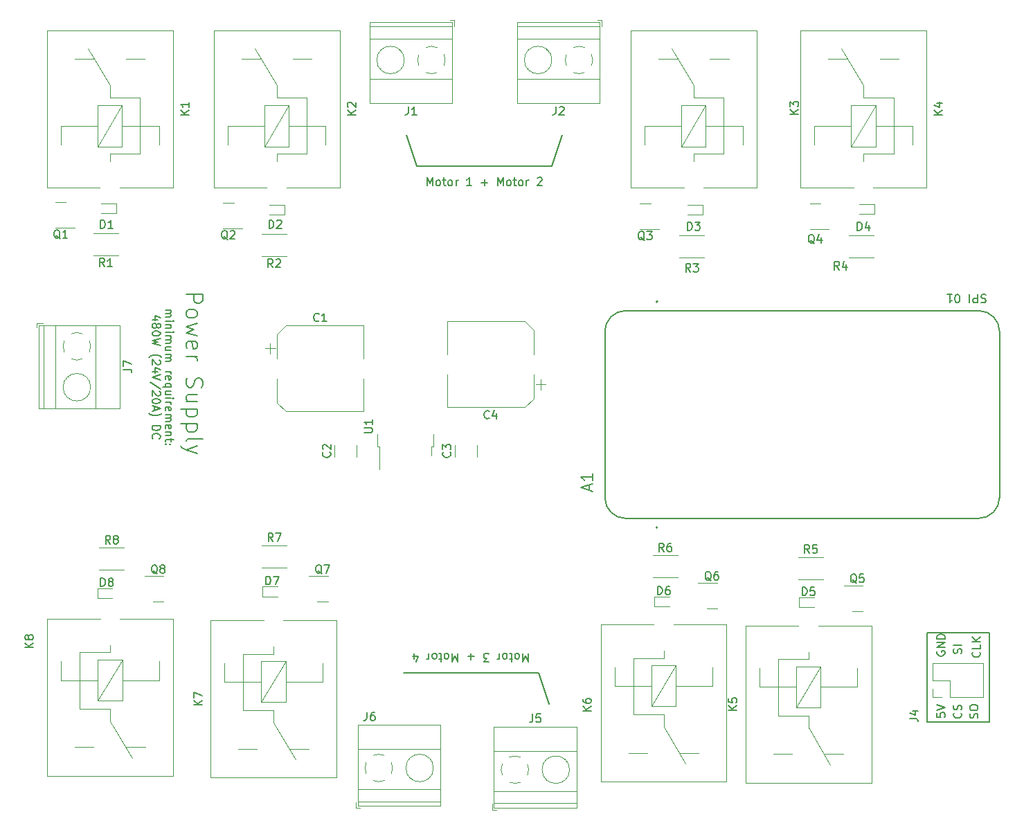
<source format=gbr>
%TF.GenerationSoftware,KiCad,Pcbnew,(6.0.7)*%
%TF.CreationDate,2023-07-14T15:56:38+03:30*%
%TF.ProjectId,Linak-controller,4c696e61-6b2d-4636-9f6e-74726f6c6c65,rev?*%
%TF.SameCoordinates,Original*%
%TF.FileFunction,Legend,Top*%
%TF.FilePolarity,Positive*%
%FSLAX46Y46*%
G04 Gerber Fmt 4.6, Leading zero omitted, Abs format (unit mm)*
G04 Created by KiCad (PCBNEW (6.0.7)) date 2023-07-14 15:56:38*
%MOMM*%
%LPD*%
G01*
G04 APERTURE LIST*
%ADD10C,0.150000*%
%ADD11C,0.120000*%
%ADD12C,0.127000*%
%ADD13C,0.200000*%
G04 APERTURE END LIST*
D10*
X90297000Y-44831000D02*
X91567000Y-41021000D01*
X73787000Y-44831000D02*
X90297000Y-44831000D01*
X136144000Y-101854000D02*
X136144000Y-112776000D01*
X143764000Y-101854000D02*
X136144000Y-101854000D01*
X136144000Y-112776000D02*
X143764000Y-112776000D01*
X143764000Y-112776000D02*
X143764000Y-112268000D01*
X88646000Y-106753000D02*
X72136000Y-106753000D01*
X89916000Y-110563000D02*
X88646000Y-106753000D01*
X143764000Y-112268000D02*
X143764000Y-101854000D01*
X72517000Y-41021000D02*
X73787000Y-44831000D01*
X143359142Y-60539238D02*
X143216285Y-60491619D01*
X142978190Y-60491619D01*
X142882952Y-60539238D01*
X142835333Y-60586857D01*
X142787714Y-60682095D01*
X142787714Y-60777333D01*
X142835333Y-60872571D01*
X142882952Y-60920190D01*
X142978190Y-60967809D01*
X143168666Y-61015428D01*
X143263904Y-61063047D01*
X143311523Y-61110666D01*
X143359142Y-61205904D01*
X143359142Y-61301142D01*
X143311523Y-61396380D01*
X143263904Y-61444000D01*
X143168666Y-61491619D01*
X142930571Y-61491619D01*
X142787714Y-61444000D01*
X142359142Y-60491619D02*
X142359142Y-61491619D01*
X141978190Y-61491619D01*
X141882952Y-61444000D01*
X141835333Y-61396380D01*
X141787714Y-61301142D01*
X141787714Y-61158285D01*
X141835333Y-61063047D01*
X141882952Y-61015428D01*
X141978190Y-60967809D01*
X142359142Y-60967809D01*
X141359142Y-60491619D02*
X141359142Y-61491619D01*
X139930571Y-61491619D02*
X139835333Y-61491619D01*
X139740095Y-61444000D01*
X139692476Y-61396380D01*
X139644857Y-61301142D01*
X139597238Y-61110666D01*
X139597238Y-60872571D01*
X139644857Y-60682095D01*
X139692476Y-60586857D01*
X139740095Y-60539238D01*
X139835333Y-60491619D01*
X139930571Y-60491619D01*
X140025809Y-60539238D01*
X140073428Y-60586857D01*
X140121047Y-60682095D01*
X140168666Y-60872571D01*
X140168666Y-61110666D01*
X140121047Y-61301142D01*
X140073428Y-61396380D01*
X140025809Y-61444000D01*
X139930571Y-61491619D01*
X138644857Y-60491619D02*
X139216285Y-60491619D01*
X138930571Y-60491619D02*
X138930571Y-61491619D01*
X139025809Y-61348761D01*
X139121047Y-61253523D01*
X139216285Y-61205904D01*
X43024619Y-62397714D02*
X43691285Y-62397714D01*
X43596047Y-62397714D02*
X43643666Y-62445333D01*
X43691285Y-62540571D01*
X43691285Y-62683428D01*
X43643666Y-62778666D01*
X43548428Y-62826285D01*
X43024619Y-62826285D01*
X43548428Y-62826285D02*
X43643666Y-62873904D01*
X43691285Y-62969142D01*
X43691285Y-63112000D01*
X43643666Y-63207238D01*
X43548428Y-63254857D01*
X43024619Y-63254857D01*
X43024619Y-63731047D02*
X43691285Y-63731047D01*
X44024619Y-63731047D02*
X43977000Y-63683428D01*
X43929380Y-63731047D01*
X43977000Y-63778666D01*
X44024619Y-63731047D01*
X43929380Y-63731047D01*
X43691285Y-64207238D02*
X43024619Y-64207238D01*
X43596047Y-64207238D02*
X43643666Y-64254857D01*
X43691285Y-64350095D01*
X43691285Y-64492952D01*
X43643666Y-64588190D01*
X43548428Y-64635809D01*
X43024619Y-64635809D01*
X43024619Y-65112000D02*
X43691285Y-65112000D01*
X44024619Y-65112000D02*
X43977000Y-65064380D01*
X43929380Y-65112000D01*
X43977000Y-65159619D01*
X44024619Y-65112000D01*
X43929380Y-65112000D01*
X43024619Y-65588190D02*
X43691285Y-65588190D01*
X43596047Y-65588190D02*
X43643666Y-65635809D01*
X43691285Y-65731047D01*
X43691285Y-65873904D01*
X43643666Y-65969142D01*
X43548428Y-66016761D01*
X43024619Y-66016761D01*
X43548428Y-66016761D02*
X43643666Y-66064380D01*
X43691285Y-66159619D01*
X43691285Y-66302476D01*
X43643666Y-66397714D01*
X43548428Y-66445333D01*
X43024619Y-66445333D01*
X43691285Y-67350095D02*
X43024619Y-67350095D01*
X43691285Y-66921523D02*
X43167476Y-66921523D01*
X43072238Y-66969142D01*
X43024619Y-67064380D01*
X43024619Y-67207238D01*
X43072238Y-67302476D01*
X43119857Y-67350095D01*
X43024619Y-67826285D02*
X43691285Y-67826285D01*
X43596047Y-67826285D02*
X43643666Y-67873904D01*
X43691285Y-67969142D01*
X43691285Y-68112000D01*
X43643666Y-68207238D01*
X43548428Y-68254857D01*
X43024619Y-68254857D01*
X43548428Y-68254857D02*
X43643666Y-68302476D01*
X43691285Y-68397714D01*
X43691285Y-68540571D01*
X43643666Y-68635809D01*
X43548428Y-68683428D01*
X43024619Y-68683428D01*
X43024619Y-69921523D02*
X43691285Y-69921523D01*
X43500809Y-69921523D02*
X43596047Y-69969142D01*
X43643666Y-70016761D01*
X43691285Y-70112000D01*
X43691285Y-70207238D01*
X43072238Y-70921523D02*
X43024619Y-70826285D01*
X43024619Y-70635809D01*
X43072238Y-70540571D01*
X43167476Y-70492952D01*
X43548428Y-70492952D01*
X43643666Y-70540571D01*
X43691285Y-70635809D01*
X43691285Y-70826285D01*
X43643666Y-70921523D01*
X43548428Y-70969142D01*
X43453190Y-70969142D01*
X43357952Y-70492952D01*
X43691285Y-71826285D02*
X42691285Y-71826285D01*
X43072238Y-71826285D02*
X43024619Y-71731047D01*
X43024619Y-71540571D01*
X43072238Y-71445333D01*
X43119857Y-71397714D01*
X43215095Y-71350095D01*
X43500809Y-71350095D01*
X43596047Y-71397714D01*
X43643666Y-71445333D01*
X43691285Y-71540571D01*
X43691285Y-71731047D01*
X43643666Y-71826285D01*
X43691285Y-72731047D02*
X43024619Y-72731047D01*
X43691285Y-72302476D02*
X43167476Y-72302476D01*
X43072238Y-72350095D01*
X43024619Y-72445333D01*
X43024619Y-72588190D01*
X43072238Y-72683428D01*
X43119857Y-72731047D01*
X43024619Y-73207238D02*
X43691285Y-73207238D01*
X44024619Y-73207238D02*
X43977000Y-73159619D01*
X43929380Y-73207238D01*
X43977000Y-73254857D01*
X44024619Y-73207238D01*
X43929380Y-73207238D01*
X43024619Y-73683428D02*
X43691285Y-73683428D01*
X43500809Y-73683428D02*
X43596047Y-73731047D01*
X43643666Y-73778666D01*
X43691285Y-73873904D01*
X43691285Y-73969142D01*
X43072238Y-74683428D02*
X43024619Y-74588190D01*
X43024619Y-74397714D01*
X43072238Y-74302476D01*
X43167476Y-74254857D01*
X43548428Y-74254857D01*
X43643666Y-74302476D01*
X43691285Y-74397714D01*
X43691285Y-74588190D01*
X43643666Y-74683428D01*
X43548428Y-74731047D01*
X43453190Y-74731047D01*
X43357952Y-74254857D01*
X43024619Y-75159619D02*
X43691285Y-75159619D01*
X43596047Y-75159619D02*
X43643666Y-75207238D01*
X43691285Y-75302476D01*
X43691285Y-75445333D01*
X43643666Y-75540571D01*
X43548428Y-75588190D01*
X43024619Y-75588190D01*
X43548428Y-75588190D02*
X43643666Y-75635809D01*
X43691285Y-75731047D01*
X43691285Y-75873904D01*
X43643666Y-75969142D01*
X43548428Y-76016761D01*
X43024619Y-76016761D01*
X43072238Y-76873904D02*
X43024619Y-76778666D01*
X43024619Y-76588190D01*
X43072238Y-76492952D01*
X43167476Y-76445333D01*
X43548428Y-76445333D01*
X43643666Y-76492952D01*
X43691285Y-76588190D01*
X43691285Y-76778666D01*
X43643666Y-76873904D01*
X43548428Y-76921523D01*
X43453190Y-76921523D01*
X43357952Y-76445333D01*
X43691285Y-77350095D02*
X43024619Y-77350095D01*
X43596047Y-77350095D02*
X43643666Y-77397714D01*
X43691285Y-77492952D01*
X43691285Y-77635809D01*
X43643666Y-77731047D01*
X43548428Y-77778666D01*
X43024619Y-77778666D01*
X43691285Y-78112000D02*
X43691285Y-78492952D01*
X44024619Y-78254857D02*
X43167476Y-78254857D01*
X43072238Y-78302476D01*
X43024619Y-78397714D01*
X43024619Y-78492952D01*
X43119857Y-78826285D02*
X43072238Y-78873904D01*
X43024619Y-78826285D01*
X43072238Y-78778666D01*
X43119857Y-78826285D01*
X43024619Y-78826285D01*
X43643666Y-78826285D02*
X43596047Y-78873904D01*
X43548428Y-78826285D01*
X43596047Y-78778666D01*
X43643666Y-78826285D01*
X43548428Y-78826285D01*
X42081285Y-63564380D02*
X41414619Y-63564380D01*
X42462238Y-63326285D02*
X41747952Y-63088190D01*
X41747952Y-63707238D01*
X41986047Y-64231047D02*
X42033666Y-64135809D01*
X42081285Y-64088190D01*
X42176523Y-64040571D01*
X42224142Y-64040571D01*
X42319380Y-64088190D01*
X42367000Y-64135809D01*
X42414619Y-64231047D01*
X42414619Y-64421523D01*
X42367000Y-64516761D01*
X42319380Y-64564380D01*
X42224142Y-64612000D01*
X42176523Y-64612000D01*
X42081285Y-64564380D01*
X42033666Y-64516761D01*
X41986047Y-64421523D01*
X41986047Y-64231047D01*
X41938428Y-64135809D01*
X41890809Y-64088190D01*
X41795571Y-64040571D01*
X41605095Y-64040571D01*
X41509857Y-64088190D01*
X41462238Y-64135809D01*
X41414619Y-64231047D01*
X41414619Y-64421523D01*
X41462238Y-64516761D01*
X41509857Y-64564380D01*
X41605095Y-64612000D01*
X41795571Y-64612000D01*
X41890809Y-64564380D01*
X41938428Y-64516761D01*
X41986047Y-64421523D01*
X42414619Y-65231047D02*
X42414619Y-65326285D01*
X42367000Y-65421523D01*
X42319380Y-65469142D01*
X42224142Y-65516761D01*
X42033666Y-65564380D01*
X41795571Y-65564380D01*
X41605095Y-65516761D01*
X41509857Y-65469142D01*
X41462238Y-65421523D01*
X41414619Y-65326285D01*
X41414619Y-65231047D01*
X41462238Y-65135809D01*
X41509857Y-65088190D01*
X41605095Y-65040571D01*
X41795571Y-64992952D01*
X42033666Y-64992952D01*
X42224142Y-65040571D01*
X42319380Y-65088190D01*
X42367000Y-65135809D01*
X42414619Y-65231047D01*
X42414619Y-65897714D02*
X41414619Y-66135809D01*
X42128904Y-66326285D01*
X41414619Y-66516761D01*
X42414619Y-66754857D01*
X41033666Y-68183428D02*
X41081285Y-68135809D01*
X41224142Y-68040571D01*
X41319380Y-67992952D01*
X41462238Y-67945333D01*
X41700333Y-67897714D01*
X41890809Y-67897714D01*
X42128904Y-67945333D01*
X42271761Y-67992952D01*
X42367000Y-68040571D01*
X42509857Y-68135809D01*
X42557476Y-68183428D01*
X42319380Y-68516761D02*
X42367000Y-68564380D01*
X42414619Y-68659619D01*
X42414619Y-68897714D01*
X42367000Y-68992952D01*
X42319380Y-69040571D01*
X42224142Y-69088190D01*
X42128904Y-69088190D01*
X41986047Y-69040571D01*
X41414619Y-68469142D01*
X41414619Y-69088190D01*
X42081285Y-69945333D02*
X41414619Y-69945333D01*
X42462238Y-69707238D02*
X41747952Y-69469142D01*
X41747952Y-70088190D01*
X42414619Y-70326285D02*
X41414619Y-70659619D01*
X42414619Y-70992952D01*
X42462238Y-72040571D02*
X41176523Y-71183428D01*
X42319380Y-72326285D02*
X42367000Y-72373904D01*
X42414619Y-72469142D01*
X42414619Y-72707238D01*
X42367000Y-72802476D01*
X42319380Y-72850095D01*
X42224142Y-72897714D01*
X42128904Y-72897714D01*
X41986047Y-72850095D01*
X41414619Y-72278666D01*
X41414619Y-72897714D01*
X42414619Y-73516761D02*
X42414619Y-73612000D01*
X42367000Y-73707238D01*
X42319380Y-73754857D01*
X42224142Y-73802476D01*
X42033666Y-73850095D01*
X41795571Y-73850095D01*
X41605095Y-73802476D01*
X41509857Y-73754857D01*
X41462238Y-73707238D01*
X41414619Y-73612000D01*
X41414619Y-73516761D01*
X41462238Y-73421523D01*
X41509857Y-73373904D01*
X41605095Y-73326285D01*
X41795571Y-73278666D01*
X42033666Y-73278666D01*
X42224142Y-73326285D01*
X42319380Y-73373904D01*
X42367000Y-73421523D01*
X42414619Y-73516761D01*
X41700333Y-74231047D02*
X41700333Y-74707238D01*
X41414619Y-74135809D02*
X42414619Y-74469142D01*
X41414619Y-74802476D01*
X41033666Y-75040571D02*
X41081285Y-75088190D01*
X41224142Y-75183428D01*
X41319380Y-75231047D01*
X41462238Y-75278666D01*
X41700333Y-75326285D01*
X41890809Y-75326285D01*
X42128904Y-75278666D01*
X42271761Y-75231047D01*
X42367000Y-75183428D01*
X42509857Y-75088190D01*
X42557476Y-75040571D01*
X41414619Y-76564380D02*
X42414619Y-76564380D01*
X42414619Y-76802476D01*
X42367000Y-76945333D01*
X42271761Y-77040571D01*
X42176523Y-77088190D01*
X41986047Y-77135809D01*
X41843190Y-77135809D01*
X41652714Y-77088190D01*
X41557476Y-77040571D01*
X41462238Y-76945333D01*
X41414619Y-76802476D01*
X41414619Y-76564380D01*
X41509857Y-78135809D02*
X41462238Y-78088190D01*
X41414619Y-77945333D01*
X41414619Y-77850095D01*
X41462238Y-77707238D01*
X41557476Y-77612000D01*
X41652714Y-77564380D01*
X41843190Y-77516761D01*
X41986047Y-77516761D01*
X42176523Y-77564380D01*
X42271761Y-77612000D01*
X42367000Y-77707238D01*
X42414619Y-77850095D01*
X42414619Y-77945333D01*
X42367000Y-78088190D01*
X42319380Y-78135809D01*
X142347761Y-112315523D02*
X142395380Y-112172666D01*
X142395380Y-111934571D01*
X142347761Y-111839333D01*
X142300142Y-111791714D01*
X142204904Y-111744095D01*
X142109666Y-111744095D01*
X142014428Y-111791714D01*
X141966809Y-111839333D01*
X141919190Y-111934571D01*
X141871571Y-112125047D01*
X141823952Y-112220285D01*
X141776333Y-112267904D01*
X141681095Y-112315523D01*
X141585857Y-112315523D01*
X141490619Y-112267904D01*
X141443000Y-112220285D01*
X141395380Y-112125047D01*
X141395380Y-111886952D01*
X141443000Y-111744095D01*
X141395380Y-111125047D02*
X141395380Y-110934571D01*
X141443000Y-110839333D01*
X141538238Y-110744095D01*
X141728714Y-110696476D01*
X142062047Y-110696476D01*
X142252523Y-110744095D01*
X142347761Y-110839333D01*
X142395380Y-110934571D01*
X142395380Y-111125047D01*
X142347761Y-111220285D01*
X142252523Y-111315523D01*
X142062047Y-111363142D01*
X141728714Y-111363142D01*
X141538238Y-111315523D01*
X141443000Y-111220285D01*
X141395380Y-111125047D01*
X87391000Y-104395619D02*
X87391000Y-105395619D01*
X87057666Y-104681333D01*
X86724333Y-105395619D01*
X86724333Y-104395619D01*
X86105285Y-104395619D02*
X86200523Y-104443238D01*
X86248142Y-104490857D01*
X86295761Y-104586095D01*
X86295761Y-104871809D01*
X86248142Y-104967047D01*
X86200523Y-105014666D01*
X86105285Y-105062285D01*
X85962428Y-105062285D01*
X85867190Y-105014666D01*
X85819571Y-104967047D01*
X85771952Y-104871809D01*
X85771952Y-104586095D01*
X85819571Y-104490857D01*
X85867190Y-104443238D01*
X85962428Y-104395619D01*
X86105285Y-104395619D01*
X85486238Y-105062285D02*
X85105285Y-105062285D01*
X85343380Y-105395619D02*
X85343380Y-104538476D01*
X85295761Y-104443238D01*
X85200523Y-104395619D01*
X85105285Y-104395619D01*
X84629095Y-104395619D02*
X84724333Y-104443238D01*
X84771952Y-104490857D01*
X84819571Y-104586095D01*
X84819571Y-104871809D01*
X84771952Y-104967047D01*
X84724333Y-105014666D01*
X84629095Y-105062285D01*
X84486238Y-105062285D01*
X84391000Y-105014666D01*
X84343380Y-104967047D01*
X84295761Y-104871809D01*
X84295761Y-104586095D01*
X84343380Y-104490857D01*
X84391000Y-104443238D01*
X84486238Y-104395619D01*
X84629095Y-104395619D01*
X83867190Y-104395619D02*
X83867190Y-105062285D01*
X83867190Y-104871809D02*
X83819571Y-104967047D01*
X83771952Y-105014666D01*
X83676714Y-105062285D01*
X83581476Y-105062285D01*
X82581476Y-105395619D02*
X81962428Y-105395619D01*
X82295761Y-105014666D01*
X82152904Y-105014666D01*
X82057666Y-104967047D01*
X82010047Y-104919428D01*
X81962428Y-104824190D01*
X81962428Y-104586095D01*
X82010047Y-104490857D01*
X82057666Y-104443238D01*
X82152904Y-104395619D01*
X82438619Y-104395619D01*
X82533857Y-104443238D01*
X82581476Y-104490857D01*
X80771952Y-104776571D02*
X80010047Y-104776571D01*
X80391000Y-104395619D02*
X80391000Y-105157523D01*
X78771952Y-104395619D02*
X78771952Y-105395619D01*
X78438619Y-104681333D01*
X78105285Y-105395619D01*
X78105285Y-104395619D01*
X77486238Y-104395619D02*
X77581476Y-104443238D01*
X77629095Y-104490857D01*
X77676714Y-104586095D01*
X77676714Y-104871809D01*
X77629095Y-104967047D01*
X77581476Y-105014666D01*
X77486238Y-105062285D01*
X77343380Y-105062285D01*
X77248142Y-105014666D01*
X77200523Y-104967047D01*
X77152904Y-104871809D01*
X77152904Y-104586095D01*
X77200523Y-104490857D01*
X77248142Y-104443238D01*
X77343380Y-104395619D01*
X77486238Y-104395619D01*
X76867190Y-105062285D02*
X76486238Y-105062285D01*
X76724333Y-105395619D02*
X76724333Y-104538476D01*
X76676714Y-104443238D01*
X76581476Y-104395619D01*
X76486238Y-104395619D01*
X76010047Y-104395619D02*
X76105285Y-104443238D01*
X76152904Y-104490857D01*
X76200523Y-104586095D01*
X76200523Y-104871809D01*
X76152904Y-104967047D01*
X76105285Y-105014666D01*
X76010047Y-105062285D01*
X75867190Y-105062285D01*
X75771952Y-105014666D01*
X75724333Y-104967047D01*
X75676714Y-104871809D01*
X75676714Y-104586095D01*
X75724333Y-104490857D01*
X75771952Y-104443238D01*
X75867190Y-104395619D01*
X76010047Y-104395619D01*
X75248142Y-104395619D02*
X75248142Y-105062285D01*
X75248142Y-104871809D02*
X75200523Y-104967047D01*
X75152904Y-105014666D01*
X75057666Y-105062285D01*
X74962428Y-105062285D01*
X73438619Y-105062285D02*
X73438619Y-104395619D01*
X73676714Y-105443238D02*
X73914809Y-104728952D01*
X73295761Y-104728952D01*
X140358761Y-104409809D02*
X140406380Y-104266952D01*
X140406380Y-104028857D01*
X140358761Y-103933619D01*
X140311142Y-103886000D01*
X140215904Y-103838380D01*
X140120666Y-103838380D01*
X140025428Y-103886000D01*
X139977809Y-103933619D01*
X139930190Y-104028857D01*
X139882571Y-104219333D01*
X139834952Y-104314571D01*
X139787333Y-104362190D01*
X139692095Y-104409809D01*
X139596857Y-104409809D01*
X139501619Y-104362190D01*
X139454000Y-104314571D01*
X139406380Y-104219333D01*
X139406380Y-103981238D01*
X139454000Y-103838380D01*
X140406380Y-103409809D02*
X139406380Y-103409809D01*
X137422000Y-104139904D02*
X137374380Y-104235142D01*
X137374380Y-104378000D01*
X137422000Y-104520857D01*
X137517238Y-104616095D01*
X137612476Y-104663714D01*
X137802952Y-104711333D01*
X137945809Y-104711333D01*
X138136285Y-104663714D01*
X138231523Y-104616095D01*
X138326761Y-104520857D01*
X138374380Y-104378000D01*
X138374380Y-104282761D01*
X138326761Y-104139904D01*
X138279142Y-104092285D01*
X137945809Y-104092285D01*
X137945809Y-104282761D01*
X138374380Y-103663714D02*
X137374380Y-103663714D01*
X138374380Y-103092285D01*
X137374380Y-103092285D01*
X138374380Y-102616095D02*
X137374380Y-102616095D01*
X137374380Y-102378000D01*
X137422000Y-102235142D01*
X137517238Y-102139904D01*
X137612476Y-102092285D01*
X137802952Y-102044666D01*
X137945809Y-102044666D01*
X138136285Y-102092285D01*
X138231523Y-102139904D01*
X138326761Y-102235142D01*
X138374380Y-102378000D01*
X138374380Y-102616095D01*
X75042000Y-47188380D02*
X75042000Y-46188380D01*
X75375333Y-46902666D01*
X75708666Y-46188380D01*
X75708666Y-47188380D01*
X76327714Y-47188380D02*
X76232476Y-47140761D01*
X76184857Y-47093142D01*
X76137238Y-46997904D01*
X76137238Y-46712190D01*
X76184857Y-46616952D01*
X76232476Y-46569333D01*
X76327714Y-46521714D01*
X76470571Y-46521714D01*
X76565809Y-46569333D01*
X76613428Y-46616952D01*
X76661047Y-46712190D01*
X76661047Y-46997904D01*
X76613428Y-47093142D01*
X76565809Y-47140761D01*
X76470571Y-47188380D01*
X76327714Y-47188380D01*
X76946761Y-46521714D02*
X77327714Y-46521714D01*
X77089619Y-46188380D02*
X77089619Y-47045523D01*
X77137238Y-47140761D01*
X77232476Y-47188380D01*
X77327714Y-47188380D01*
X77803904Y-47188380D02*
X77708666Y-47140761D01*
X77661047Y-47093142D01*
X77613428Y-46997904D01*
X77613428Y-46712190D01*
X77661047Y-46616952D01*
X77708666Y-46569333D01*
X77803904Y-46521714D01*
X77946761Y-46521714D01*
X78042000Y-46569333D01*
X78089619Y-46616952D01*
X78137238Y-46712190D01*
X78137238Y-46997904D01*
X78089619Y-47093142D01*
X78042000Y-47140761D01*
X77946761Y-47188380D01*
X77803904Y-47188380D01*
X78565809Y-47188380D02*
X78565809Y-46521714D01*
X78565809Y-46712190D02*
X78613428Y-46616952D01*
X78661047Y-46569333D01*
X78756285Y-46521714D01*
X78851523Y-46521714D01*
X80470571Y-47188380D02*
X79899142Y-47188380D01*
X80184857Y-47188380D02*
X80184857Y-46188380D01*
X80089619Y-46331238D01*
X79994380Y-46426476D01*
X79899142Y-46474095D01*
X81661047Y-46807428D02*
X82422952Y-46807428D01*
X82042000Y-47188380D02*
X82042000Y-46426476D01*
X83661047Y-47188380D02*
X83661047Y-46188380D01*
X83994380Y-46902666D01*
X84327714Y-46188380D01*
X84327714Y-47188380D01*
X84946761Y-47188380D02*
X84851523Y-47140761D01*
X84803904Y-47093142D01*
X84756285Y-46997904D01*
X84756285Y-46712190D01*
X84803904Y-46616952D01*
X84851523Y-46569333D01*
X84946761Y-46521714D01*
X85089619Y-46521714D01*
X85184857Y-46569333D01*
X85232476Y-46616952D01*
X85280095Y-46712190D01*
X85280095Y-46997904D01*
X85232476Y-47093142D01*
X85184857Y-47140761D01*
X85089619Y-47188380D01*
X84946761Y-47188380D01*
X85565809Y-46521714D02*
X85946761Y-46521714D01*
X85708666Y-46188380D02*
X85708666Y-47045523D01*
X85756285Y-47140761D01*
X85851523Y-47188380D01*
X85946761Y-47188380D01*
X86422952Y-47188380D02*
X86327714Y-47140761D01*
X86280095Y-47093142D01*
X86232476Y-46997904D01*
X86232476Y-46712190D01*
X86280095Y-46616952D01*
X86327714Y-46569333D01*
X86422952Y-46521714D01*
X86565809Y-46521714D01*
X86661047Y-46569333D01*
X86708666Y-46616952D01*
X86756285Y-46712190D01*
X86756285Y-46997904D01*
X86708666Y-47093142D01*
X86661047Y-47140761D01*
X86565809Y-47188380D01*
X86422952Y-47188380D01*
X87184857Y-47188380D02*
X87184857Y-46521714D01*
X87184857Y-46712190D02*
X87232476Y-46616952D01*
X87280095Y-46569333D01*
X87375333Y-46521714D01*
X87470571Y-46521714D01*
X88518190Y-46283619D02*
X88565809Y-46236000D01*
X88661047Y-46188380D01*
X88899142Y-46188380D01*
X88994380Y-46236000D01*
X89042000Y-46283619D01*
X89089619Y-46378857D01*
X89089619Y-46474095D01*
X89042000Y-46616952D01*
X88470571Y-47188380D01*
X89089619Y-47188380D01*
X142597142Y-104227238D02*
X142644761Y-104274857D01*
X142692380Y-104417714D01*
X142692380Y-104512952D01*
X142644761Y-104655809D01*
X142549523Y-104751047D01*
X142454285Y-104798666D01*
X142263809Y-104846285D01*
X142120952Y-104846285D01*
X141930476Y-104798666D01*
X141835238Y-104751047D01*
X141740000Y-104655809D01*
X141692380Y-104512952D01*
X141692380Y-104417714D01*
X141740000Y-104274857D01*
X141787619Y-104227238D01*
X142692380Y-103322476D02*
X142692380Y-103798666D01*
X141692380Y-103798666D01*
X142692380Y-102989142D02*
X141692380Y-102989142D01*
X142692380Y-102417714D02*
X142120952Y-102846285D01*
X141692380Y-102417714D02*
X142263809Y-102989142D01*
X137374380Y-111696476D02*
X137374380Y-112172666D01*
X137850571Y-112220285D01*
X137802952Y-112172666D01*
X137755333Y-112077428D01*
X137755333Y-111839333D01*
X137802952Y-111744095D01*
X137850571Y-111696476D01*
X137945809Y-111648857D01*
X138183904Y-111648857D01*
X138279142Y-111696476D01*
X138326761Y-111744095D01*
X138374380Y-111839333D01*
X138374380Y-112077428D01*
X138326761Y-112172666D01*
X138279142Y-112220285D01*
X137374380Y-111363142D02*
X138374380Y-111029809D01*
X137374380Y-110696476D01*
X45577238Y-60437333D02*
X47577238Y-60437333D01*
X47577238Y-61199238D01*
X47482000Y-61389714D01*
X47386761Y-61484952D01*
X47196285Y-61580190D01*
X46910571Y-61580190D01*
X46720095Y-61484952D01*
X46624857Y-61389714D01*
X46529619Y-61199238D01*
X46529619Y-60437333D01*
X45577238Y-62723047D02*
X45672476Y-62532571D01*
X45767714Y-62437333D01*
X45958190Y-62342095D01*
X46529619Y-62342095D01*
X46720095Y-62437333D01*
X46815333Y-62532571D01*
X46910571Y-62723047D01*
X46910571Y-63008761D01*
X46815333Y-63199238D01*
X46720095Y-63294476D01*
X46529619Y-63389714D01*
X45958190Y-63389714D01*
X45767714Y-63294476D01*
X45672476Y-63199238D01*
X45577238Y-63008761D01*
X45577238Y-62723047D01*
X46910571Y-64056380D02*
X45577238Y-64437333D01*
X46529619Y-64818285D01*
X45577238Y-65199238D01*
X46910571Y-65580190D01*
X45672476Y-67104000D02*
X45577238Y-66913523D01*
X45577238Y-66532571D01*
X45672476Y-66342095D01*
X45862952Y-66246857D01*
X46624857Y-66246857D01*
X46815333Y-66342095D01*
X46910571Y-66532571D01*
X46910571Y-66913523D01*
X46815333Y-67104000D01*
X46624857Y-67199238D01*
X46434380Y-67199238D01*
X46243904Y-66246857D01*
X45577238Y-68056380D02*
X46910571Y-68056380D01*
X46529619Y-68056380D02*
X46720095Y-68151619D01*
X46815333Y-68246857D01*
X46910571Y-68437333D01*
X46910571Y-68627809D01*
X45672476Y-70723047D02*
X45577238Y-71008761D01*
X45577238Y-71484952D01*
X45672476Y-71675428D01*
X45767714Y-71770666D01*
X45958190Y-71865904D01*
X46148666Y-71865904D01*
X46339142Y-71770666D01*
X46434380Y-71675428D01*
X46529619Y-71484952D01*
X46624857Y-71104000D01*
X46720095Y-70913523D01*
X46815333Y-70818285D01*
X47005809Y-70723047D01*
X47196285Y-70723047D01*
X47386761Y-70818285D01*
X47482000Y-70913523D01*
X47577238Y-71104000D01*
X47577238Y-71580190D01*
X47482000Y-71865904D01*
X46910571Y-73580190D02*
X45577238Y-73580190D01*
X46910571Y-72723047D02*
X45862952Y-72723047D01*
X45672476Y-72818285D01*
X45577238Y-73008761D01*
X45577238Y-73294476D01*
X45672476Y-73484952D01*
X45767714Y-73580190D01*
X46910571Y-74532571D02*
X44910571Y-74532571D01*
X46815333Y-74532571D02*
X46910571Y-74723047D01*
X46910571Y-75104000D01*
X46815333Y-75294476D01*
X46720095Y-75389714D01*
X46529619Y-75484952D01*
X45958190Y-75484952D01*
X45767714Y-75389714D01*
X45672476Y-75294476D01*
X45577238Y-75104000D01*
X45577238Y-74723047D01*
X45672476Y-74532571D01*
X46910571Y-76342095D02*
X44910571Y-76342095D01*
X46815333Y-76342095D02*
X46910571Y-76532571D01*
X46910571Y-76913523D01*
X46815333Y-77104000D01*
X46720095Y-77199238D01*
X46529619Y-77294476D01*
X45958190Y-77294476D01*
X45767714Y-77199238D01*
X45672476Y-77104000D01*
X45577238Y-76913523D01*
X45577238Y-76532571D01*
X45672476Y-76342095D01*
X45577238Y-78437333D02*
X45672476Y-78246857D01*
X45862952Y-78151619D01*
X47577238Y-78151619D01*
X46910571Y-79008761D02*
X45577238Y-79484952D01*
X46910571Y-79961142D02*
X45577238Y-79484952D01*
X45101047Y-79294476D01*
X45005809Y-79199238D01*
X44910571Y-79008761D01*
X140311142Y-111672666D02*
X140358761Y-111720285D01*
X140406380Y-111863142D01*
X140406380Y-111958380D01*
X140358761Y-112101238D01*
X140263523Y-112196476D01*
X140168285Y-112244095D01*
X139977809Y-112291714D01*
X139834952Y-112291714D01*
X139644476Y-112244095D01*
X139549238Y-112196476D01*
X139454000Y-112101238D01*
X139406380Y-111958380D01*
X139406380Y-111863142D01*
X139454000Y-111720285D01*
X139501619Y-111672666D01*
X140358761Y-111291714D02*
X140406380Y-111148857D01*
X140406380Y-110910761D01*
X140358761Y-110815523D01*
X140311142Y-110767904D01*
X140215904Y-110720285D01*
X140120666Y-110720285D01*
X140025428Y-110767904D01*
X139977809Y-110815523D01*
X139930190Y-110910761D01*
X139882571Y-111101238D01*
X139834952Y-111196476D01*
X139787333Y-111244095D01*
X139692095Y-111291714D01*
X139596857Y-111291714D01*
X139501619Y-111244095D01*
X139454000Y-111196476D01*
X139406380Y-111101238D01*
X139406380Y-110863142D01*
X139454000Y-110720285D01*
%TO.C,D3*%
X106883904Y-52649380D02*
X106883904Y-51649380D01*
X107122000Y-51649380D01*
X107264857Y-51697000D01*
X107360095Y-51792238D01*
X107407714Y-51887476D01*
X107455333Y-52077952D01*
X107455333Y-52220809D01*
X107407714Y-52411285D01*
X107360095Y-52506523D01*
X107264857Y-52601761D01*
X107122000Y-52649380D01*
X106883904Y-52649380D01*
X107788666Y-51649380D02*
X108407714Y-51649380D01*
X108074380Y-52030333D01*
X108217238Y-52030333D01*
X108312476Y-52077952D01*
X108360095Y-52125571D01*
X108407714Y-52220809D01*
X108407714Y-52458904D01*
X108360095Y-52554142D01*
X108312476Y-52601761D01*
X108217238Y-52649380D01*
X107931523Y-52649380D01*
X107836285Y-52601761D01*
X107788666Y-52554142D01*
%TO.C,U1*%
X67341380Y-77386904D02*
X68150904Y-77386904D01*
X68246142Y-77339285D01*
X68293761Y-77291666D01*
X68341380Y-77196428D01*
X68341380Y-77005952D01*
X68293761Y-76910714D01*
X68246142Y-76863095D01*
X68150904Y-76815476D01*
X67341380Y-76815476D01*
X68341380Y-75815476D02*
X68341380Y-76386904D01*
X68341380Y-76101190D02*
X67341380Y-76101190D01*
X67484238Y-76196428D01*
X67579476Y-76291666D01*
X67627095Y-76386904D01*
%TO.C,R7*%
X56194333Y-90700380D02*
X55861000Y-90224190D01*
X55622904Y-90700380D02*
X55622904Y-89700380D01*
X56003857Y-89700380D01*
X56099095Y-89748000D01*
X56146714Y-89795619D01*
X56194333Y-89890857D01*
X56194333Y-90033714D01*
X56146714Y-90128952D01*
X56099095Y-90176571D01*
X56003857Y-90224190D01*
X55622904Y-90224190D01*
X56527666Y-89700380D02*
X57194333Y-89700380D01*
X56765761Y-90700380D01*
%TO.C,J1*%
X72738666Y-37538380D02*
X72738666Y-38252666D01*
X72691047Y-38395523D01*
X72595809Y-38490761D01*
X72452952Y-38538380D01*
X72357714Y-38538380D01*
X73738666Y-38538380D02*
X73167238Y-38538380D01*
X73452952Y-38538380D02*
X73452952Y-37538380D01*
X73357714Y-37681238D01*
X73262476Y-37776476D01*
X73167238Y-37824095D01*
%TO.C,R3*%
X107255333Y-57729380D02*
X106922000Y-57253190D01*
X106683904Y-57729380D02*
X106683904Y-56729380D01*
X107064857Y-56729380D01*
X107160095Y-56777000D01*
X107207714Y-56824619D01*
X107255333Y-56919857D01*
X107255333Y-57062714D01*
X107207714Y-57157952D01*
X107160095Y-57205571D01*
X107064857Y-57253190D01*
X106683904Y-57253190D01*
X107588666Y-56729380D02*
X108207714Y-56729380D01*
X107874380Y-57110333D01*
X108017238Y-57110333D01*
X108112476Y-57157952D01*
X108160095Y-57205571D01*
X108207714Y-57300809D01*
X108207714Y-57538904D01*
X108160095Y-57634142D01*
X108112476Y-57681761D01*
X108017238Y-57729380D01*
X107731523Y-57729380D01*
X107636285Y-57681761D01*
X107588666Y-57634142D01*
%TO.C,C3*%
X77846142Y-79791666D02*
X77893761Y-79839285D01*
X77941380Y-79982142D01*
X77941380Y-80077380D01*
X77893761Y-80220238D01*
X77798523Y-80315476D01*
X77703285Y-80363095D01*
X77512809Y-80410714D01*
X77369952Y-80410714D01*
X77179476Y-80363095D01*
X77084238Y-80315476D01*
X76989000Y-80220238D01*
X76941380Y-80077380D01*
X76941380Y-79982142D01*
X76989000Y-79839285D01*
X77036619Y-79791666D01*
X76941380Y-79458333D02*
X76941380Y-78839285D01*
X77322333Y-79172619D01*
X77322333Y-79029761D01*
X77369952Y-78934523D01*
X77417571Y-78886904D01*
X77512809Y-78839285D01*
X77750904Y-78839285D01*
X77846142Y-78886904D01*
X77893761Y-78934523D01*
X77941380Y-79029761D01*
X77941380Y-79315476D01*
X77893761Y-79410714D01*
X77846142Y-79458333D01*
%TO.C,J7*%
X37919380Y-69675333D02*
X38633666Y-69675333D01*
X38776523Y-69722952D01*
X38871761Y-69818190D01*
X38919380Y-69961047D01*
X38919380Y-70056285D01*
X37919380Y-69294380D02*
X37919380Y-68627714D01*
X38919380Y-69056285D01*
%TO.C,Q3*%
X101626761Y-53893619D02*
X101531523Y-53846000D01*
X101436285Y-53750761D01*
X101293428Y-53607904D01*
X101198190Y-53560285D01*
X101102952Y-53560285D01*
X101150571Y-53798380D02*
X101055333Y-53750761D01*
X100960095Y-53655523D01*
X100912476Y-53465047D01*
X100912476Y-53131714D01*
X100960095Y-52941238D01*
X101055333Y-52846000D01*
X101150571Y-52798380D01*
X101341047Y-52798380D01*
X101436285Y-52846000D01*
X101531523Y-52941238D01*
X101579142Y-53131714D01*
X101579142Y-53465047D01*
X101531523Y-53655523D01*
X101436285Y-53750761D01*
X101341047Y-53798380D01*
X101150571Y-53798380D01*
X101912476Y-52798380D02*
X102531523Y-52798380D01*
X102198190Y-53179333D01*
X102341047Y-53179333D01*
X102436285Y-53226952D01*
X102483904Y-53274571D01*
X102531523Y-53369809D01*
X102531523Y-53607904D01*
X102483904Y-53703142D01*
X102436285Y-53750761D01*
X102341047Y-53798380D01*
X102055333Y-53798380D01*
X101960095Y-53750761D01*
X101912476Y-53703142D01*
%TO.C,Q7*%
X62165761Y-94675619D02*
X62070523Y-94628000D01*
X61975285Y-94532761D01*
X61832428Y-94389904D01*
X61737190Y-94342285D01*
X61641952Y-94342285D01*
X61689571Y-94580380D02*
X61594333Y-94532761D01*
X61499095Y-94437523D01*
X61451476Y-94247047D01*
X61451476Y-93913714D01*
X61499095Y-93723238D01*
X61594333Y-93628000D01*
X61689571Y-93580380D01*
X61880047Y-93580380D01*
X61975285Y-93628000D01*
X62070523Y-93723238D01*
X62118142Y-93913714D01*
X62118142Y-94247047D01*
X62070523Y-94437523D01*
X61975285Y-94532761D01*
X61880047Y-94580380D01*
X61689571Y-94580380D01*
X62451476Y-93580380D02*
X63118142Y-93580380D01*
X62689571Y-94580380D01*
%TO.C,Q1*%
X30146761Y-53693619D02*
X30051523Y-53646000D01*
X29956285Y-53550761D01*
X29813428Y-53407904D01*
X29718190Y-53360285D01*
X29622952Y-53360285D01*
X29670571Y-53598380D02*
X29575333Y-53550761D01*
X29480095Y-53455523D01*
X29432476Y-53265047D01*
X29432476Y-52931714D01*
X29480095Y-52741238D01*
X29575333Y-52646000D01*
X29670571Y-52598380D01*
X29861047Y-52598380D01*
X29956285Y-52646000D01*
X30051523Y-52741238D01*
X30099142Y-52931714D01*
X30099142Y-53265047D01*
X30051523Y-53455523D01*
X29956285Y-53550761D01*
X29861047Y-53598380D01*
X29670571Y-53598380D01*
X31051523Y-53598380D02*
X30480095Y-53598380D01*
X30765809Y-53598380D02*
X30765809Y-52598380D01*
X30670571Y-52741238D01*
X30575333Y-52836476D01*
X30480095Y-52884095D01*
%TO.C,C4*%
X82637333Y-75597142D02*
X82589714Y-75644761D01*
X82446857Y-75692380D01*
X82351619Y-75692380D01*
X82208761Y-75644761D01*
X82113523Y-75549523D01*
X82065904Y-75454285D01*
X82018285Y-75263809D01*
X82018285Y-75120952D01*
X82065904Y-74930476D01*
X82113523Y-74835238D01*
X82208761Y-74740000D01*
X82351619Y-74692380D01*
X82446857Y-74692380D01*
X82589714Y-74740000D01*
X82637333Y-74787619D01*
X83494476Y-75025714D02*
X83494476Y-75692380D01*
X83256380Y-74644761D02*
X83018285Y-75359047D01*
X83637333Y-75359047D01*
%TO.C,R5*%
X121799333Y-92135380D02*
X121466000Y-91659190D01*
X121227904Y-92135380D02*
X121227904Y-91135380D01*
X121608857Y-91135380D01*
X121704095Y-91183000D01*
X121751714Y-91230619D01*
X121799333Y-91325857D01*
X121799333Y-91468714D01*
X121751714Y-91563952D01*
X121704095Y-91611571D01*
X121608857Y-91659190D01*
X121227904Y-91659190D01*
X122704095Y-91135380D02*
X122227904Y-91135380D01*
X122180285Y-91611571D01*
X122227904Y-91563952D01*
X122323142Y-91516333D01*
X122561238Y-91516333D01*
X122656476Y-91563952D01*
X122704095Y-91611571D01*
X122751714Y-91706809D01*
X122751714Y-91944904D01*
X122704095Y-92040142D01*
X122656476Y-92087761D01*
X122561238Y-92135380D01*
X122323142Y-92135380D01*
X122227904Y-92087761D01*
X122180285Y-92040142D01*
%TO.C,K6*%
X95078380Y-111436095D02*
X94078380Y-111436095D01*
X95078380Y-110864666D02*
X94506952Y-111293238D01*
X94078380Y-110864666D02*
X94649809Y-111436095D01*
X94078380Y-110007523D02*
X94078380Y-110198000D01*
X94126000Y-110293238D01*
X94173619Y-110340857D01*
X94316476Y-110436095D01*
X94506952Y-110483714D01*
X94887904Y-110483714D01*
X94983142Y-110436095D01*
X95030761Y-110388476D01*
X95078380Y-110293238D01*
X95078380Y-110102761D01*
X95030761Y-110007523D01*
X94983142Y-109959904D01*
X94887904Y-109912285D01*
X94649809Y-109912285D01*
X94554571Y-109959904D01*
X94506952Y-110007523D01*
X94459333Y-110102761D01*
X94459333Y-110293238D01*
X94506952Y-110388476D01*
X94554571Y-110436095D01*
X94649809Y-110483714D01*
%TO.C,Q4*%
X122401761Y-54268619D02*
X122306523Y-54221000D01*
X122211285Y-54125761D01*
X122068428Y-53982904D01*
X121973190Y-53935285D01*
X121877952Y-53935285D01*
X121925571Y-54173380D02*
X121830333Y-54125761D01*
X121735095Y-54030523D01*
X121687476Y-53840047D01*
X121687476Y-53506714D01*
X121735095Y-53316238D01*
X121830333Y-53221000D01*
X121925571Y-53173380D01*
X122116047Y-53173380D01*
X122211285Y-53221000D01*
X122306523Y-53316238D01*
X122354142Y-53506714D01*
X122354142Y-53840047D01*
X122306523Y-54030523D01*
X122211285Y-54125761D01*
X122116047Y-54173380D01*
X121925571Y-54173380D01*
X123211285Y-53506714D02*
X123211285Y-54173380D01*
X122973190Y-53125761D02*
X122735095Y-53840047D01*
X123354142Y-53840047D01*
%TO.C,D5*%
X120927904Y-97315380D02*
X120927904Y-96315380D01*
X121166000Y-96315380D01*
X121308857Y-96363000D01*
X121404095Y-96458238D01*
X121451714Y-96553476D01*
X121499333Y-96743952D01*
X121499333Y-96886809D01*
X121451714Y-97077285D01*
X121404095Y-97172523D01*
X121308857Y-97267761D01*
X121166000Y-97315380D01*
X120927904Y-97315380D01*
X122404095Y-96315380D02*
X121927904Y-96315380D01*
X121880285Y-96791571D01*
X121927904Y-96743952D01*
X122023142Y-96696333D01*
X122261238Y-96696333D01*
X122356476Y-96743952D01*
X122404095Y-96791571D01*
X122451714Y-96886809D01*
X122451714Y-97124904D01*
X122404095Y-97220142D01*
X122356476Y-97267761D01*
X122261238Y-97315380D01*
X122023142Y-97315380D01*
X121927904Y-97267761D01*
X121880285Y-97220142D01*
%TO.C,D2*%
X55703904Y-52395380D02*
X55703904Y-51395380D01*
X55942000Y-51395380D01*
X56084857Y-51443000D01*
X56180095Y-51538238D01*
X56227714Y-51633476D01*
X56275333Y-51823952D01*
X56275333Y-51966809D01*
X56227714Y-52157285D01*
X56180095Y-52252523D01*
X56084857Y-52347761D01*
X55942000Y-52395380D01*
X55703904Y-52395380D01*
X56656285Y-51490619D02*
X56703904Y-51443000D01*
X56799142Y-51395380D01*
X57037238Y-51395380D01*
X57132476Y-51443000D01*
X57180095Y-51490619D01*
X57227714Y-51585857D01*
X57227714Y-51681095D01*
X57180095Y-51823952D01*
X56608666Y-52395380D01*
X57227714Y-52395380D01*
%TO.C,Q2*%
X50646761Y-53793619D02*
X50551523Y-53746000D01*
X50456285Y-53650761D01*
X50313428Y-53507904D01*
X50218190Y-53460285D01*
X50122952Y-53460285D01*
X50170571Y-53698380D02*
X50075333Y-53650761D01*
X49980095Y-53555523D01*
X49932476Y-53365047D01*
X49932476Y-53031714D01*
X49980095Y-52841238D01*
X50075333Y-52746000D01*
X50170571Y-52698380D01*
X50361047Y-52698380D01*
X50456285Y-52746000D01*
X50551523Y-52841238D01*
X50599142Y-53031714D01*
X50599142Y-53365047D01*
X50551523Y-53555523D01*
X50456285Y-53650761D01*
X50361047Y-53698380D01*
X50170571Y-53698380D01*
X50980095Y-52793619D02*
X51027714Y-52746000D01*
X51122952Y-52698380D01*
X51361047Y-52698380D01*
X51456285Y-52746000D01*
X51503904Y-52793619D01*
X51551523Y-52888857D01*
X51551523Y-52984095D01*
X51503904Y-53126952D01*
X50932476Y-53698380D01*
X51551523Y-53698380D01*
%TO.C,A1*%
X94848333Y-84439000D02*
X94848333Y-83772333D01*
X95248333Y-84572333D02*
X93848333Y-84105666D01*
X95248333Y-83639000D01*
X95248333Y-82439000D02*
X95248333Y-83239000D01*
X95248333Y-82839000D02*
X93848333Y-82839000D01*
X94048333Y-82972333D01*
X94181666Y-83105666D01*
X94248333Y-83239000D01*
%TO.C,D1*%
X35103904Y-52395380D02*
X35103904Y-51395380D01*
X35342000Y-51395380D01*
X35484857Y-51443000D01*
X35580095Y-51538238D01*
X35627714Y-51633476D01*
X35675333Y-51823952D01*
X35675333Y-51966809D01*
X35627714Y-52157285D01*
X35580095Y-52252523D01*
X35484857Y-52347761D01*
X35342000Y-52395380D01*
X35103904Y-52395380D01*
X36627714Y-52395380D02*
X36056285Y-52395380D01*
X36342000Y-52395380D02*
X36342000Y-51395380D01*
X36246761Y-51538238D01*
X36151523Y-51633476D01*
X36056285Y-51681095D01*
%TO.C,J2*%
X90778666Y-37538380D02*
X90778666Y-38252666D01*
X90731047Y-38395523D01*
X90635809Y-38490761D01*
X90492952Y-38538380D01*
X90397714Y-38538380D01*
X91207238Y-37633619D02*
X91254857Y-37586000D01*
X91350095Y-37538380D01*
X91588190Y-37538380D01*
X91683428Y-37586000D01*
X91731047Y-37633619D01*
X91778666Y-37728857D01*
X91778666Y-37824095D01*
X91731047Y-37966952D01*
X91159619Y-38538380D01*
X91778666Y-38538380D01*
%TO.C,Q5*%
X127570761Y-95810619D02*
X127475523Y-95763000D01*
X127380285Y-95667761D01*
X127237428Y-95524904D01*
X127142190Y-95477285D01*
X127046952Y-95477285D01*
X127094571Y-95715380D02*
X126999333Y-95667761D01*
X126904095Y-95572523D01*
X126856476Y-95382047D01*
X126856476Y-95048714D01*
X126904095Y-94858238D01*
X126999333Y-94763000D01*
X127094571Y-94715380D01*
X127285047Y-94715380D01*
X127380285Y-94763000D01*
X127475523Y-94858238D01*
X127523142Y-95048714D01*
X127523142Y-95382047D01*
X127475523Y-95572523D01*
X127380285Y-95667761D01*
X127285047Y-95715380D01*
X127094571Y-95715380D01*
X128427904Y-94715380D02*
X127951714Y-94715380D01*
X127904095Y-95191571D01*
X127951714Y-95143952D01*
X128046952Y-95096333D01*
X128285047Y-95096333D01*
X128380285Y-95143952D01*
X128427904Y-95191571D01*
X128475523Y-95286809D01*
X128475523Y-95524904D01*
X128427904Y-95620142D01*
X128380285Y-95667761D01*
X128285047Y-95715380D01*
X128046952Y-95715380D01*
X127951714Y-95667761D01*
X127904095Y-95620142D01*
%TO.C,Q6*%
X109770761Y-95510619D02*
X109675523Y-95463000D01*
X109580285Y-95367761D01*
X109437428Y-95224904D01*
X109342190Y-95177285D01*
X109246952Y-95177285D01*
X109294571Y-95415380D02*
X109199333Y-95367761D01*
X109104095Y-95272523D01*
X109056476Y-95082047D01*
X109056476Y-94748714D01*
X109104095Y-94558238D01*
X109199333Y-94463000D01*
X109294571Y-94415380D01*
X109485047Y-94415380D01*
X109580285Y-94463000D01*
X109675523Y-94558238D01*
X109723142Y-94748714D01*
X109723142Y-95082047D01*
X109675523Y-95272523D01*
X109580285Y-95367761D01*
X109485047Y-95415380D01*
X109294571Y-95415380D01*
X110580285Y-94415380D02*
X110389809Y-94415380D01*
X110294571Y-94463000D01*
X110246952Y-94510619D01*
X110151714Y-94653476D01*
X110104095Y-94843952D01*
X110104095Y-95224904D01*
X110151714Y-95320142D01*
X110199333Y-95367761D01*
X110294571Y-95415380D01*
X110485047Y-95415380D01*
X110580285Y-95367761D01*
X110627904Y-95320142D01*
X110675523Y-95224904D01*
X110675523Y-94986809D01*
X110627904Y-94891571D01*
X110580285Y-94843952D01*
X110485047Y-94796333D01*
X110294571Y-94796333D01*
X110199333Y-94843952D01*
X110151714Y-94891571D01*
X110104095Y-94986809D01*
%TO.C,K3*%
X120449380Y-38434095D02*
X119449380Y-38434095D01*
X120449380Y-37862666D02*
X119877952Y-38291238D01*
X119449380Y-37862666D02*
X120020809Y-38434095D01*
X119449380Y-37529333D02*
X119449380Y-36910285D01*
X119830333Y-37243619D01*
X119830333Y-37100761D01*
X119877952Y-37005523D01*
X119925571Y-36957904D01*
X120020809Y-36910285D01*
X120258904Y-36910285D01*
X120354142Y-36957904D01*
X120401761Y-37005523D01*
X120449380Y-37100761D01*
X120449380Y-37386476D01*
X120401761Y-37481714D01*
X120354142Y-37529333D01*
%TO.C,J4*%
X134072380Y-112363333D02*
X134786666Y-112363333D01*
X134929523Y-112410952D01*
X135024761Y-112506190D01*
X135072380Y-112649047D01*
X135072380Y-112744285D01*
X134405714Y-111458571D02*
X135072380Y-111458571D01*
X134024761Y-111696666D02*
X134739047Y-111934761D01*
X134739047Y-111315714D01*
%TO.C,R4*%
X125436333Y-57475380D02*
X125103000Y-56999190D01*
X124864904Y-57475380D02*
X124864904Y-56475380D01*
X125245857Y-56475380D01*
X125341095Y-56523000D01*
X125388714Y-56570619D01*
X125436333Y-56665857D01*
X125436333Y-56808714D01*
X125388714Y-56903952D01*
X125341095Y-56951571D01*
X125245857Y-56999190D01*
X124864904Y-56999190D01*
X126293476Y-56808714D02*
X126293476Y-57475380D01*
X126055380Y-56427761D02*
X125817285Y-57142047D01*
X126436333Y-57142047D01*
%TO.C,R8*%
X36294333Y-91000380D02*
X35961000Y-90524190D01*
X35722904Y-91000380D02*
X35722904Y-90000380D01*
X36103857Y-90000380D01*
X36199095Y-90048000D01*
X36246714Y-90095619D01*
X36294333Y-90190857D01*
X36294333Y-90333714D01*
X36246714Y-90428952D01*
X36199095Y-90476571D01*
X36103857Y-90524190D01*
X35722904Y-90524190D01*
X36865761Y-90428952D02*
X36770523Y-90381333D01*
X36722904Y-90333714D01*
X36675285Y-90238476D01*
X36675285Y-90190857D01*
X36722904Y-90095619D01*
X36770523Y-90048000D01*
X36865761Y-90000380D01*
X37056238Y-90000380D01*
X37151476Y-90048000D01*
X37199095Y-90095619D01*
X37246714Y-90190857D01*
X37246714Y-90238476D01*
X37199095Y-90333714D01*
X37151476Y-90381333D01*
X37056238Y-90428952D01*
X36865761Y-90428952D01*
X36770523Y-90476571D01*
X36722904Y-90524190D01*
X36675285Y-90619428D01*
X36675285Y-90809904D01*
X36722904Y-90905142D01*
X36770523Y-90952761D01*
X36865761Y-91000380D01*
X37056238Y-91000380D01*
X37151476Y-90952761D01*
X37199095Y-90905142D01*
X37246714Y-90809904D01*
X37246714Y-90619428D01*
X37199095Y-90524190D01*
X37151476Y-90476571D01*
X37056238Y-90428952D01*
%TO.C,J6*%
X67677666Y-111607380D02*
X67677666Y-112321666D01*
X67630047Y-112464523D01*
X67534809Y-112559761D01*
X67391952Y-112607380D01*
X67296714Y-112607380D01*
X68582428Y-111607380D02*
X68391952Y-111607380D01*
X68296714Y-111655000D01*
X68249095Y-111702619D01*
X68153857Y-111845476D01*
X68106238Y-112035952D01*
X68106238Y-112416904D01*
X68153857Y-112512142D01*
X68201476Y-112559761D01*
X68296714Y-112607380D01*
X68487190Y-112607380D01*
X68582428Y-112559761D01*
X68630047Y-112512142D01*
X68677666Y-112416904D01*
X68677666Y-112178809D01*
X68630047Y-112083571D01*
X68582428Y-112035952D01*
X68487190Y-111988333D01*
X68296714Y-111988333D01*
X68201476Y-112035952D01*
X68153857Y-112083571D01*
X68106238Y-112178809D01*
%TO.C,K1*%
X45894380Y-38534095D02*
X44894380Y-38534095D01*
X45894380Y-37962666D02*
X45322952Y-38391238D01*
X44894380Y-37962666D02*
X45465809Y-38534095D01*
X45894380Y-37010285D02*
X45894380Y-37581714D01*
X45894380Y-37296000D02*
X44894380Y-37296000D01*
X45037238Y-37391238D01*
X45132476Y-37486476D01*
X45180095Y-37581714D01*
%TO.C,D8*%
X35122904Y-96180380D02*
X35122904Y-95180380D01*
X35361000Y-95180380D01*
X35503857Y-95228000D01*
X35599095Y-95323238D01*
X35646714Y-95418476D01*
X35694333Y-95608952D01*
X35694333Y-95751809D01*
X35646714Y-95942285D01*
X35599095Y-96037523D01*
X35503857Y-96132761D01*
X35361000Y-96180380D01*
X35122904Y-96180380D01*
X36265761Y-95608952D02*
X36170523Y-95561333D01*
X36122904Y-95513714D01*
X36075285Y-95418476D01*
X36075285Y-95370857D01*
X36122904Y-95275619D01*
X36170523Y-95228000D01*
X36265761Y-95180380D01*
X36456238Y-95180380D01*
X36551476Y-95228000D01*
X36599095Y-95275619D01*
X36646714Y-95370857D01*
X36646714Y-95418476D01*
X36599095Y-95513714D01*
X36551476Y-95561333D01*
X36456238Y-95608952D01*
X36265761Y-95608952D01*
X36170523Y-95656571D01*
X36122904Y-95704190D01*
X36075285Y-95799428D01*
X36075285Y-95989904D01*
X36122904Y-96085142D01*
X36170523Y-96132761D01*
X36265761Y-96180380D01*
X36456238Y-96180380D01*
X36551476Y-96132761D01*
X36599095Y-96085142D01*
X36646714Y-95989904D01*
X36646714Y-95799428D01*
X36599095Y-95704190D01*
X36551476Y-95656571D01*
X36456238Y-95608952D01*
%TO.C,K4*%
X138049380Y-38534095D02*
X137049380Y-38534095D01*
X138049380Y-37962666D02*
X137477952Y-38391238D01*
X137049380Y-37962666D02*
X137620809Y-38534095D01*
X137382714Y-37105523D02*
X138049380Y-37105523D01*
X137001761Y-37343619D02*
X137716047Y-37581714D01*
X137716047Y-36962666D01*
%TO.C,K8*%
X26868380Y-103681095D02*
X25868380Y-103681095D01*
X26868380Y-103109666D02*
X26296952Y-103538238D01*
X25868380Y-103109666D02*
X26439809Y-103681095D01*
X26296952Y-102538238D02*
X26249333Y-102633476D01*
X26201714Y-102681095D01*
X26106476Y-102728714D01*
X26058857Y-102728714D01*
X25963619Y-102681095D01*
X25916000Y-102633476D01*
X25868380Y-102538238D01*
X25868380Y-102347761D01*
X25916000Y-102252523D01*
X25963619Y-102204904D01*
X26058857Y-102157285D01*
X26106476Y-102157285D01*
X26201714Y-102204904D01*
X26249333Y-102252523D01*
X26296952Y-102347761D01*
X26296952Y-102538238D01*
X26344571Y-102633476D01*
X26392190Y-102681095D01*
X26487428Y-102728714D01*
X26677904Y-102728714D01*
X26773142Y-102681095D01*
X26820761Y-102633476D01*
X26868380Y-102538238D01*
X26868380Y-102347761D01*
X26820761Y-102252523D01*
X26773142Y-102204904D01*
X26677904Y-102157285D01*
X26487428Y-102157285D01*
X26392190Y-102204904D01*
X26344571Y-102252523D01*
X26296952Y-102347761D01*
%TO.C,D4*%
X127658904Y-52649380D02*
X127658904Y-51649380D01*
X127897000Y-51649380D01*
X128039857Y-51697000D01*
X128135095Y-51792238D01*
X128182714Y-51887476D01*
X128230333Y-52077952D01*
X128230333Y-52220809D01*
X128182714Y-52411285D01*
X128135095Y-52506523D01*
X128039857Y-52601761D01*
X127897000Y-52649380D01*
X127658904Y-52649380D01*
X129087476Y-51982714D02*
X129087476Y-52649380D01*
X128849380Y-51601761D02*
X128611285Y-52316047D01*
X129230333Y-52316047D01*
%TO.C,R1*%
X35575333Y-57078380D02*
X35242000Y-56602190D01*
X35003904Y-57078380D02*
X35003904Y-56078380D01*
X35384857Y-56078380D01*
X35480095Y-56126000D01*
X35527714Y-56173619D01*
X35575333Y-56268857D01*
X35575333Y-56411714D01*
X35527714Y-56506952D01*
X35480095Y-56554571D01*
X35384857Y-56602190D01*
X35003904Y-56602190D01*
X36527714Y-57078380D02*
X35956285Y-57078380D01*
X36242000Y-57078380D02*
X36242000Y-56078380D01*
X36146761Y-56221238D01*
X36051523Y-56316476D01*
X35956285Y-56364095D01*
%TO.C,R2*%
X56175333Y-57178380D02*
X55842000Y-56702190D01*
X55603904Y-57178380D02*
X55603904Y-56178380D01*
X55984857Y-56178380D01*
X56080095Y-56226000D01*
X56127714Y-56273619D01*
X56175333Y-56368857D01*
X56175333Y-56511714D01*
X56127714Y-56606952D01*
X56080095Y-56654571D01*
X55984857Y-56702190D01*
X55603904Y-56702190D01*
X56556285Y-56273619D02*
X56603904Y-56226000D01*
X56699142Y-56178380D01*
X56937238Y-56178380D01*
X57032476Y-56226000D01*
X57080095Y-56273619D01*
X57127714Y-56368857D01*
X57127714Y-56464095D01*
X57080095Y-56606952D01*
X56508666Y-57178380D01*
X57127714Y-57178380D01*
%TO.C,C2*%
X63146142Y-79791666D02*
X63193761Y-79839285D01*
X63241380Y-79982142D01*
X63241380Y-80077380D01*
X63193761Y-80220238D01*
X63098523Y-80315476D01*
X63003285Y-80363095D01*
X62812809Y-80410714D01*
X62669952Y-80410714D01*
X62479476Y-80363095D01*
X62384238Y-80315476D01*
X62289000Y-80220238D01*
X62241380Y-80077380D01*
X62241380Y-79982142D01*
X62289000Y-79839285D01*
X62336619Y-79791666D01*
X62336619Y-79410714D02*
X62289000Y-79363095D01*
X62241380Y-79267857D01*
X62241380Y-79029761D01*
X62289000Y-78934523D01*
X62336619Y-78886904D01*
X62431857Y-78839285D01*
X62527095Y-78839285D01*
X62669952Y-78886904D01*
X63241380Y-79458333D01*
X63241380Y-78839285D01*
%TO.C,C1*%
X61809333Y-63705142D02*
X61761714Y-63752761D01*
X61618857Y-63800380D01*
X61523619Y-63800380D01*
X61380761Y-63752761D01*
X61285523Y-63657523D01*
X61237904Y-63562285D01*
X61190285Y-63371809D01*
X61190285Y-63228952D01*
X61237904Y-63038476D01*
X61285523Y-62943238D01*
X61380761Y-62848000D01*
X61523619Y-62800380D01*
X61618857Y-62800380D01*
X61761714Y-62848000D01*
X61809333Y-62895619D01*
X62761714Y-63800380D02*
X62190285Y-63800380D01*
X62476000Y-63800380D02*
X62476000Y-62800380D01*
X62380761Y-62943238D01*
X62285523Y-63038476D01*
X62190285Y-63086095D01*
%TO.C,K2*%
X66294380Y-38534095D02*
X65294380Y-38534095D01*
X66294380Y-37962666D02*
X65722952Y-38391238D01*
X65294380Y-37962666D02*
X65865809Y-38534095D01*
X65389619Y-37581714D02*
X65342000Y-37534095D01*
X65294380Y-37438857D01*
X65294380Y-37200761D01*
X65342000Y-37105523D01*
X65389619Y-37057904D01*
X65484857Y-37010285D01*
X65580095Y-37010285D01*
X65722952Y-37057904D01*
X66294380Y-37629333D01*
X66294380Y-37010285D01*
%TO.C,R6*%
X103999333Y-91935380D02*
X103666000Y-91459190D01*
X103427904Y-91935380D02*
X103427904Y-90935380D01*
X103808857Y-90935380D01*
X103904095Y-90983000D01*
X103951714Y-91030619D01*
X103999333Y-91125857D01*
X103999333Y-91268714D01*
X103951714Y-91363952D01*
X103904095Y-91411571D01*
X103808857Y-91459190D01*
X103427904Y-91459190D01*
X104856476Y-90935380D02*
X104666000Y-90935380D01*
X104570761Y-90983000D01*
X104523142Y-91030619D01*
X104427904Y-91173476D01*
X104380285Y-91363952D01*
X104380285Y-91744904D01*
X104427904Y-91840142D01*
X104475523Y-91887761D01*
X104570761Y-91935380D01*
X104761238Y-91935380D01*
X104856476Y-91887761D01*
X104904095Y-91840142D01*
X104951714Y-91744904D01*
X104951714Y-91506809D01*
X104904095Y-91411571D01*
X104856476Y-91363952D01*
X104761238Y-91316333D01*
X104570761Y-91316333D01*
X104475523Y-91363952D01*
X104427904Y-91411571D01*
X104380285Y-91506809D01*
%TO.C,J5*%
X87942666Y-111815380D02*
X87942666Y-112529666D01*
X87895047Y-112672523D01*
X87799809Y-112767761D01*
X87656952Y-112815380D01*
X87561714Y-112815380D01*
X88895047Y-111815380D02*
X88418857Y-111815380D01*
X88371238Y-112291571D01*
X88418857Y-112243952D01*
X88514095Y-112196333D01*
X88752190Y-112196333D01*
X88847428Y-112243952D01*
X88895047Y-112291571D01*
X88942666Y-112386809D01*
X88942666Y-112624904D01*
X88895047Y-112720142D01*
X88847428Y-112767761D01*
X88752190Y-112815380D01*
X88514095Y-112815380D01*
X88418857Y-112767761D01*
X88371238Y-112720142D01*
%TO.C,Q8*%
X42065761Y-94675619D02*
X41970523Y-94628000D01*
X41875285Y-94532761D01*
X41732428Y-94389904D01*
X41637190Y-94342285D01*
X41541952Y-94342285D01*
X41589571Y-94580380D02*
X41494333Y-94532761D01*
X41399095Y-94437523D01*
X41351476Y-94247047D01*
X41351476Y-93913714D01*
X41399095Y-93723238D01*
X41494333Y-93628000D01*
X41589571Y-93580380D01*
X41780047Y-93580380D01*
X41875285Y-93628000D01*
X41970523Y-93723238D01*
X42018142Y-93913714D01*
X42018142Y-94247047D01*
X41970523Y-94437523D01*
X41875285Y-94532761D01*
X41780047Y-94580380D01*
X41589571Y-94580380D01*
X42589571Y-94008952D02*
X42494333Y-93961333D01*
X42446714Y-93913714D01*
X42399095Y-93818476D01*
X42399095Y-93770857D01*
X42446714Y-93675619D01*
X42494333Y-93628000D01*
X42589571Y-93580380D01*
X42780047Y-93580380D01*
X42875285Y-93628000D01*
X42922904Y-93675619D01*
X42970523Y-93770857D01*
X42970523Y-93818476D01*
X42922904Y-93913714D01*
X42875285Y-93961333D01*
X42780047Y-94008952D01*
X42589571Y-94008952D01*
X42494333Y-94056571D01*
X42446714Y-94104190D01*
X42399095Y-94199428D01*
X42399095Y-94389904D01*
X42446714Y-94485142D01*
X42494333Y-94532761D01*
X42589571Y-94580380D01*
X42780047Y-94580380D01*
X42875285Y-94532761D01*
X42922904Y-94485142D01*
X42970523Y-94389904D01*
X42970523Y-94199428D01*
X42922904Y-94104190D01*
X42875285Y-94056571D01*
X42780047Y-94008952D01*
%TO.C,D7*%
X55322904Y-95980380D02*
X55322904Y-94980380D01*
X55561000Y-94980380D01*
X55703857Y-95028000D01*
X55799095Y-95123238D01*
X55846714Y-95218476D01*
X55894333Y-95408952D01*
X55894333Y-95551809D01*
X55846714Y-95742285D01*
X55799095Y-95837523D01*
X55703857Y-95932761D01*
X55561000Y-95980380D01*
X55322904Y-95980380D01*
X56227666Y-94980380D02*
X56894333Y-94980380D01*
X56465761Y-95980380D01*
%TO.C,K7*%
X47513380Y-110716095D02*
X46513380Y-110716095D01*
X47513380Y-110144666D02*
X46941952Y-110573238D01*
X46513380Y-110144666D02*
X47084809Y-110716095D01*
X46513380Y-109811333D02*
X46513380Y-109144666D01*
X47513380Y-109573238D01*
%TO.C,D6*%
X103227904Y-97215380D02*
X103227904Y-96215380D01*
X103466000Y-96215380D01*
X103608857Y-96263000D01*
X103704095Y-96358238D01*
X103751714Y-96453476D01*
X103799333Y-96643952D01*
X103799333Y-96786809D01*
X103751714Y-96977285D01*
X103704095Y-97072523D01*
X103608857Y-97167761D01*
X103466000Y-97215380D01*
X103227904Y-97215380D01*
X104656476Y-96215380D02*
X104466000Y-96215380D01*
X104370761Y-96263000D01*
X104323142Y-96310619D01*
X104227904Y-96453476D01*
X104180285Y-96643952D01*
X104180285Y-97024904D01*
X104227904Y-97120142D01*
X104275523Y-97167761D01*
X104370761Y-97215380D01*
X104561238Y-97215380D01*
X104656476Y-97167761D01*
X104704095Y-97120142D01*
X104751714Y-97024904D01*
X104751714Y-96786809D01*
X104704095Y-96691571D01*
X104656476Y-96643952D01*
X104561238Y-96596333D01*
X104370761Y-96596333D01*
X104275523Y-96643952D01*
X104227904Y-96691571D01*
X104180285Y-96786809D01*
%TO.C,K5*%
X112918380Y-111351095D02*
X111918380Y-111351095D01*
X112918380Y-110779666D02*
X112346952Y-111208238D01*
X111918380Y-110779666D02*
X112489809Y-111351095D01*
X111918380Y-109874904D02*
X111918380Y-110351095D01*
X112394571Y-110398714D01*
X112346952Y-110351095D01*
X112299333Y-110255857D01*
X112299333Y-110017761D01*
X112346952Y-109922523D01*
X112394571Y-109874904D01*
X112489809Y-109827285D01*
X112727904Y-109827285D01*
X112823142Y-109874904D01*
X112870761Y-109922523D01*
X112918380Y-110017761D01*
X112918380Y-110255857D01*
X112870761Y-110351095D01*
X112823142Y-110398714D01*
D11*
%TO.C,D3*%
X106922000Y-49546000D02*
X108772000Y-49546000D01*
X106922000Y-50746000D02*
X108772000Y-50746000D01*
X108772000Y-50746000D02*
X108772000Y-49546000D01*
%TO.C,U1*%
X68939000Y-77595000D02*
X68939000Y-79095000D01*
X75839000Y-77595000D02*
X75839000Y-79095000D01*
X68939000Y-79095000D02*
X69209000Y-79095000D01*
X69209000Y-79095000D02*
X69209000Y-81925000D01*
X75839000Y-79095000D02*
X75569000Y-79095000D01*
X75569000Y-79095000D02*
X75569000Y-80195000D01*
%TO.C,R7*%
X54833936Y-93888000D02*
X57888064Y-93888000D01*
X54833936Y-91168000D02*
X57888064Y-91168000D01*
%TO.C,J1*%
X72252000Y-31826000D02*
G75*
G03*
X72252000Y-31826000I-1680000J0D01*
G01*
X74888000Y-33361000D02*
G75*
G03*
X76255042Y-33361427I684001J1534993D01*
G01*
X77107000Y-32510000D02*
G75*
G03*
X77107427Y-31142958I-1534993J684001D01*
G01*
X75572000Y-30146000D02*
G75*
G03*
X74888682Y-30291244I0J-1680000D01*
G01*
X74036999Y-31142000D02*
G75*
G03*
X74036573Y-32509042I1535001J-684000D01*
G01*
X76256000Y-30291000D02*
G75*
G03*
X75543195Y-30145747I-683999J-1535001D01*
G01*
X71606000Y-30587000D02*
X71641000Y-30552000D01*
X69297000Y-32895000D02*
X69344000Y-32849000D01*
X78132000Y-37087000D02*
X68012000Y-37087000D01*
X78132000Y-29226000D02*
X68012000Y-29226000D01*
X68012000Y-37087000D02*
X68012000Y-27166000D01*
X78132000Y-27166000D02*
X68012000Y-27166000D01*
X78132000Y-37087000D02*
X78132000Y-27166000D01*
X78372000Y-27666000D02*
X78372000Y-26926000D01*
X71799000Y-30803000D02*
X71846000Y-30757000D01*
X78132000Y-27726000D02*
X68012000Y-27726000D01*
X78132000Y-34127000D02*
X68012000Y-34127000D01*
X78372000Y-26926000D02*
X77872000Y-26926000D01*
X69502000Y-33101000D02*
X69537000Y-33065000D01*
%TO.C,R3*%
X108949064Y-53286000D02*
X105894936Y-53286000D01*
X108949064Y-56006000D02*
X105894936Y-56006000D01*
%TO.C,C3*%
X78429000Y-80336252D02*
X78429000Y-78913748D01*
X81149000Y-80336252D02*
X81149000Y-78913748D01*
%TO.C,J7*%
X31184000Y-70615000D02*
X31138000Y-70568000D01*
X28107000Y-64282000D02*
X28107000Y-74402000D01*
X33276000Y-73117000D02*
X33230000Y-73070000D01*
X37468000Y-64282000D02*
X37468000Y-74402000D01*
X37468000Y-74402000D02*
X27547000Y-74402000D01*
X27547000Y-64282000D02*
X27547000Y-74402000D01*
X28047000Y-64042000D02*
X27307000Y-64042000D01*
X33482000Y-72912000D02*
X33446000Y-72877000D01*
X29607000Y-64282000D02*
X29607000Y-74402000D01*
X30968000Y-70808000D02*
X30933000Y-70773000D01*
X37468000Y-64282000D02*
X27547000Y-64282000D01*
X27307000Y-64042000D02*
X27307000Y-64542000D01*
X34508000Y-64282000D02*
X34508000Y-74402000D01*
X33742000Y-67526000D02*
G75*
G03*
X33742427Y-66158958I-1534993J684001D01*
G01*
X31523000Y-68377001D02*
G75*
G03*
X32890042Y-68377427I684000J1535001D01*
G01*
X30672000Y-66158000D02*
G75*
G03*
X30526747Y-66870805I1535001J-683999D01*
G01*
X30527000Y-66842000D02*
G75*
G03*
X30672244Y-67525318I1680000J0D01*
G01*
X32891000Y-65307000D02*
G75*
G03*
X31523958Y-65306573I-684001J-1534993D01*
G01*
X33887000Y-71842000D02*
G75*
G03*
X33887000Y-71842000I-1680000J0D01*
G01*
%TO.C,Q3*%
X101722000Y-52506000D02*
X103397000Y-52506000D01*
X101722000Y-49386000D02*
X102372000Y-49386000D01*
X101722000Y-52506000D02*
X101072000Y-52506000D01*
X101722000Y-49386000D02*
X101072000Y-49386000D01*
%TO.C,Q7*%
X62261000Y-94968000D02*
X62911000Y-94968000D01*
X62261000Y-98088000D02*
X62911000Y-98088000D01*
X62261000Y-98088000D02*
X61611000Y-98088000D01*
X62261000Y-94968000D02*
X60586000Y-94968000D01*
%TO.C,Q1*%
X30242000Y-52306000D02*
X29592000Y-52306000D01*
X30242000Y-49186000D02*
X29592000Y-49186000D01*
X30242000Y-52306000D02*
X31917000Y-52306000D01*
X30242000Y-49186000D02*
X30892000Y-49186000D01*
%TO.C,C4*%
X88064000Y-64844437D02*
X86999563Y-63780000D01*
X89554000Y-71500000D02*
X88304000Y-71500000D01*
X88929000Y-72125000D02*
X88929000Y-70875000D01*
X77544000Y-74300000D02*
X77544000Y-70250000D01*
X88064000Y-73235563D02*
X86999563Y-74300000D01*
X86999563Y-63780000D02*
X77544000Y-63780000D01*
X86999563Y-74300000D02*
X77544000Y-74300000D01*
X88064000Y-73235563D02*
X88064000Y-70250000D01*
X88064000Y-64844437D02*
X88064000Y-67830000D01*
X77544000Y-63780000D02*
X77544000Y-67830000D01*
%TO.C,R5*%
X120438936Y-95323000D02*
X123493064Y-95323000D01*
X120438936Y-92603000D02*
X123493064Y-92603000D01*
%TO.C,K6*%
X111666000Y-100863000D02*
X105166000Y-100863000D01*
X108266000Y-116563000D02*
X105966000Y-116563000D01*
X96266000Y-120063000D02*
X96266000Y-100863000D01*
X109966000Y-108363000D02*
X105466000Y-108363000D01*
X103966000Y-111863000D02*
X103966000Y-113363000D01*
X103966000Y-104963000D02*
X103966000Y-104063000D01*
X109966000Y-108363000D02*
X109966000Y-106063000D01*
X111666000Y-120063000D02*
X96266000Y-120063000D01*
X105466000Y-110863000D02*
X102466000Y-110863000D01*
X100266000Y-111863000D02*
X100266000Y-104963000D01*
X102466000Y-110863000D02*
X102466000Y-105863000D01*
X103966000Y-111863000D02*
X100266000Y-111863000D01*
X97966000Y-106063000D02*
X97966000Y-108363000D01*
X102466000Y-110863000D02*
X105466000Y-105863000D01*
X111666000Y-100863000D02*
X111666000Y-120063000D01*
X105466000Y-105863000D02*
X105466000Y-110863000D01*
X99666000Y-116563000D02*
X101966000Y-116563000D01*
X103966000Y-104963000D02*
X100266000Y-104963000D01*
X103966000Y-113363000D02*
X106666000Y-117863000D01*
X102466000Y-108363000D02*
X97966000Y-108363000D01*
X102766000Y-100863000D02*
X96266000Y-100863000D01*
X102466000Y-105863000D02*
X105466000Y-105863000D01*
%TO.C,Q4*%
X122497000Y-52506000D02*
X124172000Y-52506000D01*
X122497000Y-49386000D02*
X123147000Y-49386000D01*
X122497000Y-49386000D02*
X121847000Y-49386000D01*
X122497000Y-52506000D02*
X121847000Y-52506000D01*
%TO.C,D5*%
X122366000Y-97563000D02*
X120516000Y-97563000D01*
X120516000Y-97563000D02*
X120516000Y-98763000D01*
X122366000Y-98763000D02*
X120516000Y-98763000D01*
%TO.C,D2*%
X57592000Y-50746000D02*
X57592000Y-49546000D01*
X55742000Y-49546000D02*
X57592000Y-49546000D01*
X55742000Y-50746000D02*
X57592000Y-50746000D01*
%TO.C,Q2*%
X50742000Y-49286000D02*
X51392000Y-49286000D01*
X50742000Y-52406000D02*
X50092000Y-52406000D01*
X50742000Y-52406000D02*
X52417000Y-52406000D01*
X50742000Y-49286000D02*
X50092000Y-49286000D01*
D12*
%TO.C,A1*%
X145034000Y-65024000D02*
X145034000Y-85344000D01*
X142494000Y-87884000D02*
X99314000Y-87884000D01*
X99314000Y-62484000D02*
X142494000Y-62484000D01*
X96774000Y-85344000D02*
X96774000Y-65024000D01*
X96774000Y-85344000D02*
G75*
G03*
X99314000Y-87884000I2540001J1D01*
G01*
X145034000Y-65024000D02*
G75*
G03*
X142494000Y-62484000I-2540000J0D01*
G01*
X99314000Y-62484000D02*
G75*
G03*
X96774000Y-65024000I0J-2540000D01*
G01*
X142494000Y-87884000D02*
G75*
G03*
X145034000Y-85344000I-1J2540001D01*
G01*
D13*
X103224000Y-88994000D02*
G75*
G03*
X103224000Y-88994000I-100000J0D01*
G01*
X103224000Y-61374000D02*
G75*
G03*
X103224000Y-61374000I-100000J0D01*
G01*
D11*
%TO.C,D1*%
X35142000Y-50546000D02*
X36992000Y-50546000D01*
X36992000Y-50546000D02*
X36992000Y-49346000D01*
X35142000Y-49346000D02*
X36992000Y-49346000D01*
%TO.C,J2*%
X90292000Y-31826000D02*
G75*
G03*
X90292000Y-31826000I-1680000J0D01*
G01*
X92076999Y-31142000D02*
G75*
G03*
X92076573Y-32509042I1535001J-684000D01*
G01*
X95147000Y-32510000D02*
G75*
G03*
X95147427Y-31142958I-1534993J684001D01*
G01*
X94296000Y-30291000D02*
G75*
G03*
X93583195Y-30145747I-683999J-1535001D01*
G01*
X92928000Y-33361000D02*
G75*
G03*
X94295042Y-33361427I684001J1534993D01*
G01*
X93612000Y-30146000D02*
G75*
G03*
X92928682Y-30291244I0J-1680000D01*
G01*
X89839000Y-30803000D02*
X89886000Y-30757000D01*
X96172000Y-37087000D02*
X96172000Y-27166000D01*
X87337000Y-32895000D02*
X87384000Y-32849000D01*
X96172000Y-27726000D02*
X86052000Y-27726000D01*
X87542000Y-33101000D02*
X87577000Y-33065000D01*
X96172000Y-37087000D02*
X86052000Y-37087000D01*
X96412000Y-27666000D02*
X96412000Y-26926000D01*
X96172000Y-34127000D02*
X86052000Y-34127000D01*
X89646000Y-30587000D02*
X89681000Y-30552000D01*
X96172000Y-29226000D02*
X86052000Y-29226000D01*
X86052000Y-37087000D02*
X86052000Y-27166000D01*
X96412000Y-26926000D02*
X95912000Y-26926000D01*
X96172000Y-27166000D02*
X86052000Y-27166000D01*
%TO.C,Q5*%
X127666000Y-99223000D02*
X128316000Y-99223000D01*
X127666000Y-96103000D02*
X125991000Y-96103000D01*
X127666000Y-99223000D02*
X127016000Y-99223000D01*
X127666000Y-96103000D02*
X128316000Y-96103000D01*
%TO.C,Q6*%
X109866000Y-95803000D02*
X108191000Y-95803000D01*
X109866000Y-98923000D02*
X110516000Y-98923000D01*
X109866000Y-98923000D02*
X109216000Y-98923000D01*
X109866000Y-95803000D02*
X110516000Y-95803000D01*
%TO.C,K3*%
X106122000Y-42396000D02*
X106122000Y-37396000D01*
X115322000Y-28196000D02*
X115322000Y-47396000D01*
X109122000Y-42396000D02*
X106122000Y-42396000D01*
X107622000Y-34896000D02*
X104922000Y-30396000D01*
X109122000Y-37396000D02*
X106122000Y-42396000D01*
X99922000Y-47396000D02*
X106422000Y-47396000D01*
X108822000Y-47396000D02*
X115322000Y-47396000D01*
X107622000Y-43296000D02*
X107622000Y-44196000D01*
X99922000Y-28196000D02*
X115322000Y-28196000D01*
X101622000Y-39896000D02*
X101622000Y-42196000D01*
X106122000Y-37396000D02*
X109122000Y-37396000D01*
X107622000Y-36396000D02*
X111322000Y-36396000D01*
X111322000Y-36396000D02*
X111322000Y-43296000D01*
X103322000Y-31696000D02*
X105622000Y-31696000D01*
X107622000Y-43296000D02*
X111322000Y-43296000D01*
X107622000Y-36396000D02*
X107622000Y-34896000D01*
X109122000Y-39896000D02*
X113622000Y-39896000D01*
X101622000Y-39896000D02*
X106122000Y-39896000D01*
X109122000Y-37396000D02*
X109122000Y-42396000D01*
X111922000Y-31696000D02*
X109622000Y-31696000D01*
X99922000Y-47396000D02*
X99922000Y-28196000D01*
X113622000Y-42196000D02*
X113622000Y-39896000D01*
%TO.C,J4*%
X138954000Y-109756000D02*
X138954000Y-107696000D01*
X137954000Y-109756000D02*
X136894000Y-109756000D01*
X138954000Y-109756000D02*
X143014000Y-109756000D01*
X138954000Y-107696000D02*
X136894000Y-107696000D01*
X143014000Y-109756000D02*
X143014000Y-105636000D01*
X136894000Y-105636000D02*
X143014000Y-105636000D01*
X136894000Y-109756000D02*
X136894000Y-108696000D01*
X136894000Y-107696000D02*
X136894000Y-105636000D01*
%TO.C,R4*%
X126569936Y-56006000D02*
X129624064Y-56006000D01*
X126569936Y-53286000D02*
X129624064Y-53286000D01*
%TO.C,R8*%
X34933936Y-94188000D02*
X37988064Y-94188000D01*
X34933936Y-91468000D02*
X37988064Y-91468000D01*
%TO.C,J6*%
X75808000Y-118415000D02*
G75*
G03*
X75808000Y-118415000I-1680000J0D01*
G01*
X69128000Y-120095000D02*
G75*
G03*
X69811318Y-119949756I0J1680000D01*
G01*
X68444000Y-119950000D02*
G75*
G03*
X69156805Y-120095253I683999J1535001D01*
G01*
X69812000Y-116880000D02*
G75*
G03*
X68444958Y-116879573I-684001J-1534993D01*
G01*
X70663001Y-119099000D02*
G75*
G03*
X70663427Y-117731958I-1535001J684000D01*
G01*
X67593000Y-117731000D02*
G75*
G03*
X67592573Y-119098042I1534993J-684001D01*
G01*
X66328000Y-122575000D02*
X66328000Y-123315000D01*
X76688000Y-113154000D02*
X76688000Y-123075000D01*
X73094000Y-119654000D02*
X73059000Y-119689000D01*
X66568000Y-113154000D02*
X66568000Y-123075000D01*
X66568000Y-123075000D02*
X76688000Y-123075000D01*
X66568000Y-113154000D02*
X76688000Y-113154000D01*
X66328000Y-123315000D02*
X66828000Y-123315000D01*
X66568000Y-116114000D02*
X76688000Y-116114000D01*
X66568000Y-122515000D02*
X76688000Y-122515000D01*
X66568000Y-121015000D02*
X76688000Y-121015000D01*
X75198000Y-117140000D02*
X75163000Y-117176000D01*
X72901000Y-119438000D02*
X72854000Y-119484000D01*
X75403000Y-117346000D02*
X75356000Y-117392000D01*
%TO.C,K1*%
X30242000Y-39896000D02*
X30242000Y-42196000D01*
X37742000Y-37396000D02*
X34742000Y-42396000D01*
X42242000Y-42196000D02*
X42242000Y-39896000D01*
X36242000Y-36396000D02*
X36242000Y-34896000D01*
X37742000Y-39896000D02*
X42242000Y-39896000D01*
X43942000Y-28196000D02*
X43942000Y-47396000D01*
X31942000Y-31696000D02*
X34242000Y-31696000D01*
X34742000Y-37396000D02*
X37742000Y-37396000D01*
X36242000Y-34896000D02*
X33542000Y-30396000D01*
X28542000Y-28196000D02*
X43942000Y-28196000D01*
X37742000Y-42396000D02*
X34742000Y-42396000D01*
X34742000Y-42396000D02*
X34742000Y-37396000D01*
X36242000Y-43296000D02*
X36242000Y-44196000D01*
X36242000Y-43296000D02*
X39942000Y-43296000D01*
X28542000Y-47396000D02*
X35042000Y-47396000D01*
X30242000Y-39896000D02*
X34742000Y-39896000D01*
X37442000Y-47396000D02*
X43942000Y-47396000D01*
X28542000Y-47396000D02*
X28542000Y-28196000D01*
X36242000Y-36396000D02*
X39942000Y-36396000D01*
X37742000Y-37396000D02*
X37742000Y-42396000D01*
X39942000Y-36396000D02*
X39942000Y-43296000D01*
X40542000Y-31696000D02*
X38242000Y-31696000D01*
%TO.C,D8*%
X34711000Y-96428000D02*
X34711000Y-97628000D01*
X36561000Y-97628000D02*
X34711000Y-97628000D01*
X36561000Y-96428000D02*
X34711000Y-96428000D01*
%TO.C,K4*%
X129897000Y-37396000D02*
X126897000Y-42396000D01*
X128397000Y-43296000D02*
X128397000Y-44196000D01*
X128397000Y-34896000D02*
X125697000Y-30396000D01*
X120697000Y-28196000D02*
X136097000Y-28196000D01*
X134397000Y-42196000D02*
X134397000Y-39896000D01*
X120697000Y-47396000D02*
X120697000Y-28196000D01*
X128397000Y-36396000D02*
X132097000Y-36396000D01*
X122397000Y-39896000D02*
X122397000Y-42196000D01*
X126897000Y-37396000D02*
X129897000Y-37396000D01*
X129897000Y-39896000D02*
X134397000Y-39896000D01*
X128397000Y-43296000D02*
X132097000Y-43296000D01*
X129897000Y-37396000D02*
X129897000Y-42396000D01*
X122397000Y-39896000D02*
X126897000Y-39896000D01*
X124097000Y-31696000D02*
X126397000Y-31696000D01*
X132697000Y-31696000D02*
X130397000Y-31696000D01*
X132097000Y-36396000D02*
X132097000Y-43296000D01*
X120697000Y-47396000D02*
X127197000Y-47396000D01*
X129897000Y-42396000D02*
X126897000Y-42396000D01*
X126897000Y-42396000D02*
X126897000Y-37396000D01*
X128397000Y-36396000D02*
X128397000Y-34896000D01*
X136097000Y-28196000D02*
X136097000Y-47396000D01*
X129597000Y-47396000D02*
X136097000Y-47396000D01*
%TO.C,K8*%
X34761000Y-110178000D02*
X34761000Y-105178000D01*
X34761000Y-105178000D02*
X37761000Y-105178000D01*
X35061000Y-100178000D02*
X28561000Y-100178000D01*
X36261000Y-104278000D02*
X32561000Y-104278000D01*
X37761000Y-110178000D02*
X34761000Y-110178000D01*
X43961000Y-100178000D02*
X37461000Y-100178000D01*
X34761000Y-110178000D02*
X37761000Y-105178000D01*
X36261000Y-104278000D02*
X36261000Y-103378000D01*
X31961000Y-115878000D02*
X34261000Y-115878000D01*
X36261000Y-112678000D02*
X38961000Y-117178000D01*
X36261000Y-111178000D02*
X36261000Y-112678000D01*
X32561000Y-111178000D02*
X32561000Y-104278000D01*
X40561000Y-115878000D02*
X38261000Y-115878000D01*
X34761000Y-107678000D02*
X30261000Y-107678000D01*
X30261000Y-105378000D02*
X30261000Y-107678000D01*
X43961000Y-119378000D02*
X28561000Y-119378000D01*
X28561000Y-119378000D02*
X28561000Y-100178000D01*
X37761000Y-105178000D02*
X37761000Y-110178000D01*
X36261000Y-111178000D02*
X32561000Y-111178000D01*
X42261000Y-107678000D02*
X37761000Y-107678000D01*
X43961000Y-100178000D02*
X43961000Y-119378000D01*
X42261000Y-107678000D02*
X42261000Y-105378000D01*
%TO.C,D4*%
X127897000Y-50646000D02*
X129747000Y-50646000D01*
X127897000Y-49446000D02*
X129747000Y-49446000D01*
X129747000Y-50646000D02*
X129747000Y-49446000D01*
%TO.C,R1*%
X37269064Y-52986000D02*
X34214936Y-52986000D01*
X37269064Y-55706000D02*
X34214936Y-55706000D01*
%TO.C,R2*%
X57869064Y-53086000D02*
X54814936Y-53086000D01*
X57869064Y-55806000D02*
X54814936Y-55806000D01*
%TO.C,C2*%
X66449000Y-80336252D02*
X66449000Y-78913748D01*
X63729000Y-80336252D02*
X63729000Y-78913748D01*
%TO.C,C1*%
X56716000Y-73743563D02*
X56716000Y-70758000D01*
X67236000Y-64288000D02*
X67236000Y-68338000D01*
X55226000Y-67088000D02*
X56476000Y-67088000D01*
X57780437Y-64288000D02*
X67236000Y-64288000D01*
X57780437Y-74808000D02*
X67236000Y-74808000D01*
X56716000Y-73743563D02*
X57780437Y-74808000D01*
X56716000Y-65352437D02*
X57780437Y-64288000D01*
X67236000Y-74808000D02*
X67236000Y-70758000D01*
X56716000Y-65352437D02*
X56716000Y-68338000D01*
X55851000Y-66463000D02*
X55851000Y-67713000D01*
%TO.C,K2*%
X55142000Y-37396000D02*
X58142000Y-37396000D01*
X56642000Y-43296000D02*
X60342000Y-43296000D01*
X48942000Y-47396000D02*
X55442000Y-47396000D01*
X64342000Y-28196000D02*
X64342000Y-47396000D01*
X56642000Y-34896000D02*
X53942000Y-30396000D01*
X56642000Y-43296000D02*
X56642000Y-44196000D01*
X60342000Y-36396000D02*
X60342000Y-43296000D01*
X58142000Y-42396000D02*
X55142000Y-42396000D01*
X55142000Y-42396000D02*
X55142000Y-37396000D01*
X50642000Y-39896000D02*
X55142000Y-39896000D01*
X62642000Y-42196000D02*
X62642000Y-39896000D01*
X60942000Y-31696000D02*
X58642000Y-31696000D01*
X57842000Y-47396000D02*
X64342000Y-47396000D01*
X58142000Y-37396000D02*
X55142000Y-42396000D01*
X58142000Y-39896000D02*
X62642000Y-39896000D01*
X48942000Y-47396000D02*
X48942000Y-28196000D01*
X52342000Y-31696000D02*
X54642000Y-31696000D01*
X48942000Y-28196000D02*
X64342000Y-28196000D01*
X56642000Y-36396000D02*
X60342000Y-36396000D01*
X56642000Y-36396000D02*
X56642000Y-34896000D01*
X50642000Y-39896000D02*
X50642000Y-42196000D01*
X58142000Y-37396000D02*
X58142000Y-42396000D01*
%TO.C,R6*%
X102638936Y-92403000D02*
X105693064Y-92403000D01*
X102638936Y-95123000D02*
X105693064Y-95123000D01*
%TO.C,J5*%
X92456000Y-118623000D02*
G75*
G03*
X92456000Y-118623000I-1680000J0D01*
G01*
X85776000Y-120303000D02*
G75*
G03*
X86459318Y-120157756I0J1680000D01*
G01*
X84241000Y-117939000D02*
G75*
G03*
X84240573Y-119306042I1534993J-684001D01*
G01*
X86460000Y-117088000D02*
G75*
G03*
X85092958Y-117087573I-684001J-1534993D01*
G01*
X85092000Y-120158000D02*
G75*
G03*
X85804805Y-120303253I683999J1535001D01*
G01*
X87311001Y-119307000D02*
G75*
G03*
X87311427Y-117939958I-1535001J684000D01*
G01*
X91846000Y-117348000D02*
X91811000Y-117384000D01*
X83216000Y-116322000D02*
X93336000Y-116322000D01*
X83216000Y-123283000D02*
X93336000Y-123283000D01*
X89742000Y-119862000D02*
X89707000Y-119897000D01*
X83216000Y-121223000D02*
X93336000Y-121223000D01*
X82976000Y-123523000D02*
X83476000Y-123523000D01*
X89549000Y-119646000D02*
X89502000Y-119692000D01*
X83216000Y-122723000D02*
X93336000Y-122723000D01*
X92051000Y-117554000D02*
X92004000Y-117600000D01*
X93336000Y-113362000D02*
X93336000Y-123283000D01*
X82976000Y-122783000D02*
X82976000Y-123523000D01*
X83216000Y-113362000D02*
X93336000Y-113362000D01*
X83216000Y-113362000D02*
X83216000Y-123283000D01*
%TO.C,Q8*%
X42161000Y-98088000D02*
X41511000Y-98088000D01*
X42161000Y-98088000D02*
X42811000Y-98088000D01*
X42161000Y-94968000D02*
X42811000Y-94968000D01*
X42161000Y-94968000D02*
X40486000Y-94968000D01*
%TO.C,D7*%
X56761000Y-97428000D02*
X54911000Y-97428000D01*
X56761000Y-96228000D02*
X54911000Y-96228000D01*
X54911000Y-96228000D02*
X54911000Y-97428000D01*
%TO.C,K7*%
X54761000Y-110378000D02*
X57761000Y-105378000D01*
X54761000Y-110378000D02*
X54761000Y-105378000D01*
X56261000Y-104478000D02*
X56261000Y-103578000D01*
X57761000Y-105378000D02*
X57761000Y-110378000D01*
X56261000Y-112878000D02*
X58961000Y-117378000D01*
X55061000Y-100378000D02*
X48561000Y-100378000D01*
X48561000Y-119578000D02*
X48561000Y-100378000D01*
X54761000Y-105378000D02*
X57761000Y-105378000D01*
X60561000Y-116078000D02*
X58261000Y-116078000D01*
X54761000Y-107878000D02*
X50261000Y-107878000D01*
X57761000Y-110378000D02*
X54761000Y-110378000D01*
X62261000Y-107878000D02*
X62261000Y-105578000D01*
X52561000Y-111378000D02*
X52561000Y-104478000D01*
X63961000Y-119578000D02*
X48561000Y-119578000D01*
X50261000Y-105578000D02*
X50261000Y-107878000D01*
X62261000Y-107878000D02*
X57761000Y-107878000D01*
X63961000Y-100378000D02*
X63961000Y-119578000D01*
X56261000Y-111378000D02*
X52561000Y-111378000D01*
X56261000Y-111378000D02*
X56261000Y-112878000D01*
X51961000Y-116078000D02*
X54261000Y-116078000D01*
X63961000Y-100378000D02*
X57461000Y-100378000D01*
X56261000Y-104478000D02*
X52561000Y-104478000D01*
%TO.C,D6*%
X104666000Y-98663000D02*
X102816000Y-98663000D01*
X102816000Y-97463000D02*
X102816000Y-98663000D01*
X104666000Y-97463000D02*
X102816000Y-97463000D01*
%TO.C,K5*%
X115666000Y-106213000D02*
X115666000Y-108513000D01*
X117966000Y-112013000D02*
X117966000Y-105113000D01*
X121666000Y-105113000D02*
X117966000Y-105113000D01*
X120166000Y-108513000D02*
X115666000Y-108513000D01*
X120466000Y-101013000D02*
X113966000Y-101013000D01*
X121666000Y-112013000D02*
X121666000Y-113513000D01*
X121666000Y-112013000D02*
X117966000Y-112013000D01*
X121666000Y-113513000D02*
X124366000Y-118013000D01*
X123166000Y-106013000D02*
X123166000Y-111013000D01*
X129366000Y-101013000D02*
X122866000Y-101013000D01*
X121666000Y-105113000D02*
X121666000Y-104213000D01*
X120166000Y-111013000D02*
X120166000Y-106013000D01*
X129366000Y-101013000D02*
X129366000Y-120213000D01*
X127666000Y-108513000D02*
X127666000Y-106213000D01*
X113966000Y-120213000D02*
X113966000Y-101013000D01*
X117366000Y-116713000D02*
X119666000Y-116713000D01*
X129366000Y-120213000D02*
X113966000Y-120213000D01*
X125966000Y-116713000D02*
X123666000Y-116713000D01*
X127666000Y-108513000D02*
X123166000Y-108513000D01*
X120166000Y-111013000D02*
X123166000Y-106013000D01*
X120166000Y-106013000D02*
X123166000Y-106013000D01*
X123166000Y-111013000D02*
X120166000Y-111013000D01*
%TD*%
M02*

</source>
